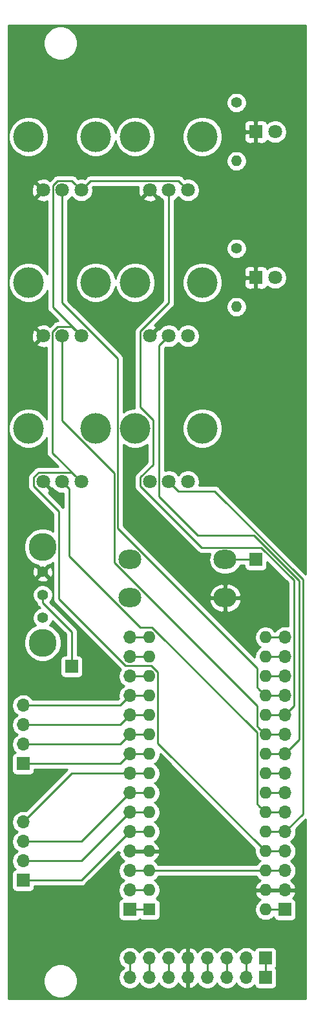
<source format=gbr>
G04 #@! TF.GenerationSoftware,KiCad,Pcbnew,(5.1.5)-3*
G04 #@! TF.CreationDate,2020-08-18T12:44:29+01:00*
G04 #@! TF.ProjectId,modulepcb,6d6f6475-6c65-4706-9362-2e6b69636164,rev?*
G04 #@! TF.SameCoordinates,Original*
G04 #@! TF.FileFunction,Copper,L1,Top*
G04 #@! TF.FilePolarity,Positive*
%FSLAX46Y46*%
G04 Gerber Fmt 4.6, Leading zero omitted, Abs format (unit mm)*
G04 Created by KiCad (PCBNEW (5.1.5)-3) date 2020-08-18 12:44:29*
%MOMM*%
%LPD*%
G04 APERTURE LIST*
%ADD10O,1.700000X1.700000*%
%ADD11R,1.700000X1.700000*%
%ADD12C,1.400000*%
%ADD13C,3.653000*%
%ADD14O,3.000000X2.500000*%
%ADD15C,1.800000*%
%ADD16C,4.000000*%
%ADD17O,1.400000X1.400000*%
%ADD18R,1.800000X1.800000*%
%ADD19O,1.600000X1.600000*%
%ADD20R,1.600000X1.600000*%
%ADD21C,0.250000*%
%ADD22C,0.254000*%
G04 APERTURE END LIST*
D10*
X132080000Y-160020000D03*
X134620000Y-160020000D03*
X137160000Y-160020000D03*
X139700000Y-160020000D03*
X142240000Y-160020000D03*
X144780000Y-160020000D03*
X147320000Y-160020000D03*
D11*
X149860000Y-160020000D03*
D12*
X120650000Y-115570000D03*
X120650000Y-112570000D03*
X120650000Y-109570000D03*
D13*
X120650000Y-118820000D03*
X120650000Y-106320000D03*
D14*
X132080000Y-112950000D03*
X132080000Y-107950000D03*
X144580000Y-112950000D03*
X144580000Y-107950000D03*
D15*
X134700000Y-97790000D03*
X137200000Y-97790000D03*
X139700000Y-97790000D03*
D16*
X132800000Y-90805000D03*
X141600000Y-90790000D03*
D15*
X120730000Y-97790000D03*
X123230000Y-97790000D03*
X125730000Y-97790000D03*
D16*
X118830000Y-90805000D03*
X127630000Y-90790000D03*
D15*
X134700000Y-78740000D03*
X137200000Y-78740000D03*
X139700000Y-78740000D03*
D16*
X132800000Y-71755000D03*
X141600000Y-71740000D03*
D15*
X120730000Y-78740000D03*
X123230000Y-78740000D03*
X125730000Y-78740000D03*
D16*
X118830000Y-71755000D03*
X127630000Y-71740000D03*
D15*
X134700000Y-59690000D03*
X137200000Y-59690000D03*
X139700000Y-59690000D03*
D16*
X132800000Y-52705000D03*
X141600000Y-52690000D03*
D15*
X120730000Y-59690000D03*
X123230000Y-59690000D03*
X125730000Y-59690000D03*
D16*
X118830000Y-52705000D03*
X127630000Y-52690000D03*
D17*
X146050000Y-74930000D03*
D12*
X146050000Y-67310000D03*
D17*
X146050000Y-55880000D03*
D12*
X146050000Y-48260000D03*
D10*
X118110000Y-127000000D03*
X118110000Y-129540000D03*
X118110000Y-132080000D03*
D11*
X118110000Y-134620000D03*
D10*
X118110000Y-142240000D03*
X118110000Y-144780000D03*
X118110000Y-147320000D03*
D11*
X118110000Y-149860000D03*
D10*
X132080000Y-162560000D03*
X134620000Y-162560000D03*
X137160000Y-162560000D03*
X139700000Y-162560000D03*
X142240000Y-162560000D03*
X144780000Y-162560000D03*
X147320000Y-162560000D03*
D11*
X149860000Y-162560000D03*
D10*
X152400000Y-118110000D03*
X152400000Y-120650000D03*
X152400000Y-123190000D03*
X152400000Y-125730000D03*
X152400000Y-128270000D03*
X152400000Y-130810000D03*
X152400000Y-133350000D03*
X152400000Y-135890000D03*
X152400000Y-138430000D03*
X152400000Y-140970000D03*
X152400000Y-143510000D03*
X152400000Y-146050000D03*
X152400000Y-148590000D03*
X152400000Y-151130000D03*
D11*
X152400000Y-153670000D03*
X124460000Y-121920000D03*
X148590000Y-107950000D03*
D10*
X132080000Y-118110000D03*
X132080000Y-120650000D03*
X132080000Y-123190000D03*
X132080000Y-125730000D03*
X132080000Y-128270000D03*
X132080000Y-130810000D03*
X132080000Y-133350000D03*
X132080000Y-135890000D03*
X132080000Y-138430000D03*
X132080000Y-140970000D03*
X132080000Y-143510000D03*
X132080000Y-146050000D03*
X132080000Y-148590000D03*
X132080000Y-151130000D03*
D11*
X132080000Y-153670000D03*
D15*
X151130000Y-71120000D03*
D18*
X148590000Y-71120000D03*
D15*
X151130000Y-52070000D03*
D18*
X148590000Y-52070000D03*
D19*
X149860000Y-118110000D03*
X134620000Y-118110000D03*
X149860000Y-153670000D03*
X134620000Y-120650000D03*
X149860000Y-151130000D03*
X134620000Y-123190000D03*
X149860000Y-148590000D03*
X134620000Y-125730000D03*
X149860000Y-146050000D03*
X134620000Y-128270000D03*
X149860000Y-143510000D03*
X134620000Y-130810000D03*
X149860000Y-140970000D03*
X134620000Y-133350000D03*
X149860000Y-138430000D03*
X134620000Y-135890000D03*
X149860000Y-135890000D03*
X134620000Y-138430000D03*
X149860000Y-133350000D03*
X134620000Y-140970000D03*
X149860000Y-130810000D03*
X134620000Y-143510000D03*
X149860000Y-128270000D03*
X134620000Y-146050000D03*
X149860000Y-125730000D03*
X134620000Y-148590000D03*
X149860000Y-123190000D03*
X134620000Y-151130000D03*
X149860000Y-120650000D03*
D20*
X134620000Y-153670000D03*
D21*
X149860000Y-118110000D02*
X152400000Y-118110000D01*
X132080000Y-118110000D02*
X134620000Y-118110000D01*
X149860000Y-153670000D02*
X152400000Y-153670000D01*
X134620000Y-120650000D02*
X132080000Y-120650000D01*
X149860000Y-151130000D02*
X152400000Y-151130000D01*
X134620000Y-146050000D02*
X132080000Y-146050000D01*
X139700000Y-162560000D02*
X139700000Y-160020000D01*
X132080000Y-123190000D02*
X134620000Y-123190000D01*
X149860000Y-162560000D02*
X149860000Y-160020000D01*
X149860000Y-148590000D02*
X152400000Y-148590000D01*
X132080000Y-148590000D02*
X134620000Y-148590000D01*
X149860000Y-148590000D02*
X134620000Y-148590000D01*
X134620000Y-125730000D02*
X132080000Y-125730000D01*
X130810000Y-127000000D02*
X132080000Y-125730000D01*
X118110000Y-127000000D02*
X130810000Y-127000000D01*
X138800001Y-58790001D02*
X139700000Y-59690000D01*
X138474999Y-58464999D02*
X138800001Y-58790001D01*
X126955001Y-58464999D02*
X138474999Y-58464999D01*
X125730000Y-59690000D02*
X126955001Y-58464999D01*
X124830001Y-96890001D02*
X125730000Y-97790000D01*
X124504999Y-96564999D02*
X124830001Y-96890001D01*
X120141999Y-96564999D02*
X124504999Y-96564999D01*
X119504999Y-98378001D02*
X119504999Y-97201999D01*
X119504999Y-97201999D02*
X120141999Y-96564999D01*
X122801501Y-101674503D02*
X119504999Y-98378001D01*
X131515999Y-121825001D02*
X122801501Y-113110503D01*
X134920003Y-121825001D02*
X131515999Y-121825001D01*
X135745001Y-122649999D02*
X134920003Y-121825001D01*
X122801501Y-113110503D02*
X122801501Y-101674503D01*
X135745001Y-131935001D02*
X135745001Y-122649999D01*
X149860000Y-146050000D02*
X135745001Y-131935001D01*
X124504999Y-77514999D02*
X124830001Y-77840001D01*
X124830001Y-77840001D02*
X125730000Y-78740000D01*
X122641999Y-77514999D02*
X124504999Y-77514999D01*
X121955001Y-78201997D02*
X122641999Y-77514999D01*
X121955001Y-94015001D02*
X121955001Y-78201997D01*
X125730000Y-97790000D02*
X121955001Y-94015001D01*
X124830001Y-58790001D02*
X125730000Y-59690000D01*
X124504999Y-58464999D02*
X124830001Y-58790001D01*
X122004999Y-59101999D02*
X122641999Y-58464999D01*
X122641999Y-58464999D02*
X124504999Y-58464999D01*
X122004999Y-75014999D02*
X122004999Y-59101999D01*
X125730000Y-78740000D02*
X122004999Y-75014999D01*
X149860000Y-146050000D02*
X152400000Y-146050000D01*
X144780000Y-162560000D02*
X144780000Y-160020000D01*
X132080000Y-128270000D02*
X134620000Y-128270000D01*
X130810000Y-129540000D02*
X132080000Y-128270000D01*
X118110000Y-129540000D02*
X130810000Y-129540000D01*
X154755010Y-141154990D02*
X152400000Y-143510000D01*
X143212823Y-99015001D02*
X154755010Y-110557188D01*
X137200000Y-97790000D02*
X138425001Y-99015001D01*
X154755010Y-110557188D02*
X154755010Y-141154990D01*
X138425001Y-99015001D02*
X143212823Y-99015001D01*
X149860000Y-143510000D02*
X152400000Y-143510000D01*
X134620000Y-130810000D02*
X132080000Y-130810000D01*
X130810000Y-132080000D02*
X132080000Y-130810000D01*
X118110000Y-132080000D02*
X130810000Y-132080000D01*
X149060001Y-140170001D02*
X149860000Y-140970000D01*
X148734999Y-139844999D02*
X149060001Y-140170001D01*
X148734999Y-130559997D02*
X148734999Y-139844999D01*
X135015002Y-116840000D02*
X148734999Y-130559997D01*
X124129999Y-107477399D02*
X133492600Y-116840000D01*
X124129999Y-98689999D02*
X124129999Y-107477399D01*
X133492600Y-116840000D02*
X135015002Y-116840000D01*
X123230000Y-97790000D02*
X124129999Y-98689999D01*
X149860000Y-140970000D02*
X152400000Y-140970000D01*
X132080000Y-133350000D02*
X134620000Y-133350000D01*
X130810000Y-134620000D02*
X132080000Y-133350000D01*
X118110000Y-134620000D02*
X130810000Y-134620000D01*
X149860000Y-138430000D02*
X152400000Y-138430000D01*
X134620000Y-161357919D02*
X134620000Y-160020000D01*
X134620000Y-162560000D02*
X134620000Y-161357919D01*
X134620000Y-135890000D02*
X132080000Y-135890000D01*
X124460000Y-135890000D02*
X132080000Y-135890000D01*
X118110000Y-142240000D02*
X124460000Y-135890000D01*
X149860000Y-135890000D02*
X152400000Y-135890000D01*
X137160000Y-160020000D02*
X137160000Y-162560000D01*
X132080000Y-138430000D02*
X134620000Y-138430000D01*
X125730000Y-144780000D02*
X132080000Y-138430000D01*
X118110000Y-144780000D02*
X125730000Y-144780000D01*
X135925001Y-80014999D02*
X135925001Y-99730001D01*
X137200000Y-78740000D02*
X135925001Y-80014999D01*
X148336412Y-104775000D02*
X154305000Y-110743588D01*
X135925001Y-99730001D02*
X140970000Y-104775000D01*
X140970000Y-104775000D02*
X148336412Y-104775000D01*
X154305000Y-131445000D02*
X152400000Y-133350000D01*
X154305000Y-110743588D02*
X154305000Y-131445000D01*
X149860000Y-133350000D02*
X152400000Y-133350000D01*
X134620000Y-140970000D02*
X132080000Y-140970000D01*
X125730000Y-147320000D02*
X132080000Y-140970000D01*
X118110000Y-147320000D02*
X125730000Y-147320000D01*
X148734999Y-129684999D02*
X149060001Y-130010001D01*
X130024989Y-108372389D02*
X148734999Y-127082399D01*
X130024989Y-96625991D02*
X130024989Y-108372389D01*
X123230000Y-89831002D02*
X130024989Y-96625991D01*
X149060001Y-130010001D02*
X149860000Y-130810000D01*
X148734999Y-127082399D02*
X148734999Y-129684999D01*
X123230000Y-78740000D02*
X123230000Y-89831002D01*
X150991370Y-130810000D02*
X152400000Y-130810000D01*
X149860000Y-130810000D02*
X150991370Y-130810000D01*
X132080000Y-143510000D02*
X134620000Y-143510000D01*
X125730000Y-149860000D02*
X132080000Y-143510000D01*
X118110000Y-149860000D02*
X125730000Y-149860000D01*
X153249999Y-127420001D02*
X152400000Y-128270000D01*
X153575001Y-110649999D02*
X153575001Y-127094999D01*
X149299992Y-106374990D02*
X153575001Y-110649999D01*
X141471988Y-106374990D02*
X149299992Y-106374990D01*
X135125001Y-89688999D02*
X135125001Y-95551997D01*
X153575001Y-127094999D02*
X153249999Y-127420001D01*
X135125001Y-95551997D02*
X133474999Y-97201999D01*
X133474999Y-88038997D02*
X135125001Y-89688999D01*
X133474999Y-98378001D02*
X141471988Y-106374990D01*
X133474999Y-78151999D02*
X133474999Y-88038997D01*
X133474999Y-97201999D02*
X133474999Y-98378001D01*
X137200000Y-74426998D02*
X133474999Y-78151999D01*
X137200000Y-59690000D02*
X137200000Y-74426998D01*
X150991370Y-128270000D02*
X152400000Y-128270000D01*
X149860000Y-128270000D02*
X150991370Y-128270000D01*
X149060001Y-124930001D02*
X149860000Y-125730000D01*
X148734999Y-122127599D02*
X148734999Y-124604999D01*
X130474999Y-103867599D02*
X148734999Y-122127599D01*
X130474999Y-81671997D02*
X130474999Y-103867599D01*
X123230000Y-74426998D02*
X130474999Y-81671997D01*
X148734999Y-124604999D02*
X149060001Y-124930001D01*
X123230000Y-59690000D02*
X123230000Y-74426998D01*
X150991370Y-125730000D02*
X152400000Y-125730000D01*
X149860000Y-125730000D02*
X150991370Y-125730000D01*
X149860000Y-123190000D02*
X152400000Y-123190000D01*
X133488630Y-151130000D02*
X132080000Y-151130000D01*
X134620000Y-151130000D02*
X133488630Y-151130000D01*
X149860000Y-120650000D02*
X152400000Y-120650000D01*
X133180000Y-153670000D02*
X134620000Y-153670000D01*
X132080000Y-153670000D02*
X133180000Y-153670000D01*
X144580000Y-107950000D02*
X148590000Y-107950000D01*
X124460000Y-120820000D02*
X124460000Y-121920000D01*
X120650000Y-113559949D02*
X124460000Y-117369949D01*
X124460000Y-117369949D02*
X124460000Y-120820000D01*
X120650000Y-112570000D02*
X120650000Y-113559949D01*
X132080000Y-160020000D02*
X132080000Y-162560000D01*
X142240000Y-161222081D02*
X142240000Y-162560000D01*
X142240000Y-160020000D02*
X142240000Y-161222081D01*
X147320000Y-160020000D02*
X147320000Y-162560000D01*
D22*
G36*
X155115001Y-109842376D02*
G01*
X143776627Y-98504004D01*
X143752824Y-98475000D01*
X143637099Y-98380027D01*
X143505070Y-98309455D01*
X143361809Y-98265998D01*
X143250156Y-98255001D01*
X143250145Y-98255001D01*
X143212823Y-98251325D01*
X143175501Y-98255001D01*
X141168862Y-98255001D01*
X141176011Y-98237743D01*
X141235000Y-97941184D01*
X141235000Y-97638816D01*
X141176011Y-97342257D01*
X141060299Y-97062905D01*
X140892312Y-96811495D01*
X140678505Y-96597688D01*
X140427095Y-96429701D01*
X140147743Y-96313989D01*
X139851184Y-96255000D01*
X139548816Y-96255000D01*
X139252257Y-96313989D01*
X138972905Y-96429701D01*
X138721495Y-96597688D01*
X138507688Y-96811495D01*
X138450000Y-96897831D01*
X138392312Y-96811495D01*
X138178505Y-96597688D01*
X137927095Y-96429701D01*
X137647743Y-96313989D01*
X137351184Y-96255000D01*
X137048816Y-96255000D01*
X136752257Y-96313989D01*
X136685001Y-96341847D01*
X136685001Y-90530475D01*
X138965000Y-90530475D01*
X138965000Y-91049525D01*
X139066261Y-91558601D01*
X139264893Y-92038141D01*
X139553262Y-92469715D01*
X139920285Y-92836738D01*
X140351859Y-93125107D01*
X140831399Y-93323739D01*
X141340475Y-93425000D01*
X141859525Y-93425000D01*
X142368601Y-93323739D01*
X142848141Y-93125107D01*
X143279715Y-92836738D01*
X143646738Y-92469715D01*
X143935107Y-92038141D01*
X144133739Y-91558601D01*
X144235000Y-91049525D01*
X144235000Y-90530475D01*
X144133739Y-90021399D01*
X143935107Y-89541859D01*
X143646738Y-89110285D01*
X143279715Y-88743262D01*
X142848141Y-88454893D01*
X142368601Y-88256261D01*
X141859525Y-88155000D01*
X141340475Y-88155000D01*
X140831399Y-88256261D01*
X140351859Y-88454893D01*
X139920285Y-88743262D01*
X139553262Y-89110285D01*
X139264893Y-89541859D01*
X139066261Y-90021399D01*
X138965000Y-90530475D01*
X136685001Y-90530475D01*
X136685001Y-80329800D01*
X136791070Y-80223731D01*
X137048816Y-80275000D01*
X137351184Y-80275000D01*
X137647743Y-80216011D01*
X137927095Y-80100299D01*
X138178505Y-79932312D01*
X138392312Y-79718505D01*
X138450000Y-79632169D01*
X138507688Y-79718505D01*
X138721495Y-79932312D01*
X138972905Y-80100299D01*
X139252257Y-80216011D01*
X139548816Y-80275000D01*
X139851184Y-80275000D01*
X140147743Y-80216011D01*
X140427095Y-80100299D01*
X140678505Y-79932312D01*
X140892312Y-79718505D01*
X141060299Y-79467095D01*
X141176011Y-79187743D01*
X141235000Y-78891184D01*
X141235000Y-78588816D01*
X141176011Y-78292257D01*
X141060299Y-78012905D01*
X140892312Y-77761495D01*
X140678505Y-77547688D01*
X140427095Y-77379701D01*
X140147743Y-77263989D01*
X139851184Y-77205000D01*
X139548816Y-77205000D01*
X139252257Y-77263989D01*
X138972905Y-77379701D01*
X138721495Y-77547688D01*
X138507688Y-77761495D01*
X138450000Y-77847831D01*
X138392312Y-77761495D01*
X138178505Y-77547688D01*
X137927095Y-77379701D01*
X137647743Y-77263989D01*
X137351184Y-77205000D01*
X137048816Y-77205000D01*
X136752257Y-77263989D01*
X136472905Y-77379701D01*
X136221495Y-77547688D01*
X136007688Y-77761495D01*
X135912262Y-77904310D01*
X135764080Y-77855525D01*
X134879605Y-78740000D01*
X134893748Y-78754143D01*
X134714143Y-78933748D01*
X134700000Y-78919605D01*
X134685858Y-78933748D01*
X134506253Y-78754143D01*
X134520395Y-78740000D01*
X134506253Y-78725858D01*
X134685858Y-78546253D01*
X134700000Y-78560395D01*
X135584475Y-77675920D01*
X135500792Y-77421739D01*
X135351673Y-77350126D01*
X137711003Y-74990797D01*
X137740001Y-74966999D01*
X137766332Y-74934915D01*
X137834974Y-74851275D01*
X137863175Y-74798514D01*
X144715000Y-74798514D01*
X144715000Y-75061486D01*
X144766304Y-75319405D01*
X144866939Y-75562359D01*
X145013038Y-75781013D01*
X145198987Y-75966962D01*
X145417641Y-76113061D01*
X145660595Y-76213696D01*
X145918514Y-76265000D01*
X146181486Y-76265000D01*
X146439405Y-76213696D01*
X146682359Y-76113061D01*
X146901013Y-75966962D01*
X147086962Y-75781013D01*
X147233061Y-75562359D01*
X147333696Y-75319405D01*
X147385000Y-75061486D01*
X147385000Y-74798514D01*
X147333696Y-74540595D01*
X147233061Y-74297641D01*
X147086962Y-74078987D01*
X146901013Y-73893038D01*
X146682359Y-73746939D01*
X146439405Y-73646304D01*
X146181486Y-73595000D01*
X145918514Y-73595000D01*
X145660595Y-73646304D01*
X145417641Y-73746939D01*
X145198987Y-73893038D01*
X145013038Y-74078987D01*
X144866939Y-74297641D01*
X144766304Y-74540595D01*
X144715000Y-74798514D01*
X137863175Y-74798514D01*
X137905546Y-74719245D01*
X137905546Y-74719244D01*
X137949003Y-74575984D01*
X137960000Y-74464331D01*
X137960000Y-74464321D01*
X137963676Y-74426998D01*
X137960000Y-74389675D01*
X137960000Y-71480475D01*
X138965000Y-71480475D01*
X138965000Y-71999525D01*
X139066261Y-72508601D01*
X139264893Y-72988141D01*
X139553262Y-73419715D01*
X139920285Y-73786738D01*
X140351859Y-74075107D01*
X140831399Y-74273739D01*
X141340475Y-74375000D01*
X141859525Y-74375000D01*
X142368601Y-74273739D01*
X142848141Y-74075107D01*
X143279715Y-73786738D01*
X143646738Y-73419715D01*
X143935107Y-72988141D01*
X144133739Y-72508601D01*
X144230927Y-72020000D01*
X147051928Y-72020000D01*
X147064188Y-72144482D01*
X147100498Y-72264180D01*
X147159463Y-72374494D01*
X147238815Y-72471185D01*
X147335506Y-72550537D01*
X147445820Y-72609502D01*
X147565518Y-72645812D01*
X147690000Y-72658072D01*
X148304250Y-72655000D01*
X148463000Y-72496250D01*
X148463000Y-71247000D01*
X147213750Y-71247000D01*
X147055000Y-71405750D01*
X147051928Y-72020000D01*
X144230927Y-72020000D01*
X144235000Y-71999525D01*
X144235000Y-71480475D01*
X144133739Y-70971399D01*
X143935107Y-70491859D01*
X143753457Y-70220000D01*
X147051928Y-70220000D01*
X147055000Y-70834250D01*
X147213750Y-70993000D01*
X148463000Y-70993000D01*
X148463000Y-69743750D01*
X148717000Y-69743750D01*
X148717000Y-70993000D01*
X148737000Y-70993000D01*
X148737000Y-71247000D01*
X148717000Y-71247000D01*
X148717000Y-72496250D01*
X148875750Y-72655000D01*
X149490000Y-72658072D01*
X149614482Y-72645812D01*
X149734180Y-72609502D01*
X149844494Y-72550537D01*
X149941185Y-72471185D01*
X150020537Y-72374494D01*
X150079502Y-72264180D01*
X150085056Y-72245873D01*
X150151495Y-72312312D01*
X150402905Y-72480299D01*
X150682257Y-72596011D01*
X150978816Y-72655000D01*
X151281184Y-72655000D01*
X151577743Y-72596011D01*
X151857095Y-72480299D01*
X152108505Y-72312312D01*
X152322312Y-72098505D01*
X152490299Y-71847095D01*
X152606011Y-71567743D01*
X152665000Y-71271184D01*
X152665000Y-70968816D01*
X152606011Y-70672257D01*
X152490299Y-70392905D01*
X152322312Y-70141495D01*
X152108505Y-69927688D01*
X151857095Y-69759701D01*
X151577743Y-69643989D01*
X151281184Y-69585000D01*
X150978816Y-69585000D01*
X150682257Y-69643989D01*
X150402905Y-69759701D01*
X150151495Y-69927688D01*
X150085056Y-69994127D01*
X150079502Y-69975820D01*
X150020537Y-69865506D01*
X149941185Y-69768815D01*
X149844494Y-69689463D01*
X149734180Y-69630498D01*
X149614482Y-69594188D01*
X149490000Y-69581928D01*
X148875750Y-69585000D01*
X148717000Y-69743750D01*
X148463000Y-69743750D01*
X148304250Y-69585000D01*
X147690000Y-69581928D01*
X147565518Y-69594188D01*
X147445820Y-69630498D01*
X147335506Y-69689463D01*
X147238815Y-69768815D01*
X147159463Y-69865506D01*
X147100498Y-69975820D01*
X147064188Y-70095518D01*
X147051928Y-70220000D01*
X143753457Y-70220000D01*
X143646738Y-70060285D01*
X143279715Y-69693262D01*
X142848141Y-69404893D01*
X142368601Y-69206261D01*
X141859525Y-69105000D01*
X141340475Y-69105000D01*
X140831399Y-69206261D01*
X140351859Y-69404893D01*
X139920285Y-69693262D01*
X139553262Y-70060285D01*
X139264893Y-70491859D01*
X139066261Y-70971399D01*
X138965000Y-71480475D01*
X137960000Y-71480475D01*
X137960000Y-67178514D01*
X144715000Y-67178514D01*
X144715000Y-67441486D01*
X144766304Y-67699405D01*
X144866939Y-67942359D01*
X145013038Y-68161013D01*
X145198987Y-68346962D01*
X145417641Y-68493061D01*
X145660595Y-68593696D01*
X145918514Y-68645000D01*
X146181486Y-68645000D01*
X146439405Y-68593696D01*
X146682359Y-68493061D01*
X146901013Y-68346962D01*
X147086962Y-68161013D01*
X147233061Y-67942359D01*
X147333696Y-67699405D01*
X147385000Y-67441486D01*
X147385000Y-67178514D01*
X147333696Y-66920595D01*
X147233061Y-66677641D01*
X147086962Y-66458987D01*
X146901013Y-66273038D01*
X146682359Y-66126939D01*
X146439405Y-66026304D01*
X146181486Y-65975000D01*
X145918514Y-65975000D01*
X145660595Y-66026304D01*
X145417641Y-66126939D01*
X145198987Y-66273038D01*
X145013038Y-66458987D01*
X144866939Y-66677641D01*
X144766304Y-66920595D01*
X144715000Y-67178514D01*
X137960000Y-67178514D01*
X137960000Y-61028313D01*
X138178505Y-60882312D01*
X138392312Y-60668505D01*
X138450000Y-60582169D01*
X138507688Y-60668505D01*
X138721495Y-60882312D01*
X138972905Y-61050299D01*
X139252257Y-61166011D01*
X139548816Y-61225000D01*
X139851184Y-61225000D01*
X140147743Y-61166011D01*
X140427095Y-61050299D01*
X140678505Y-60882312D01*
X140892312Y-60668505D01*
X141060299Y-60417095D01*
X141176011Y-60137743D01*
X141235000Y-59841184D01*
X141235000Y-59538816D01*
X141176011Y-59242257D01*
X141060299Y-58962905D01*
X140892312Y-58711495D01*
X140678505Y-58497688D01*
X140427095Y-58329701D01*
X140147743Y-58213989D01*
X139851184Y-58155000D01*
X139548816Y-58155000D01*
X139291070Y-58206269D01*
X139038803Y-57954002D01*
X139015000Y-57924998D01*
X138899275Y-57830025D01*
X138767246Y-57759453D01*
X138623985Y-57715996D01*
X138512332Y-57704999D01*
X138512321Y-57704999D01*
X138474999Y-57701323D01*
X138437677Y-57704999D01*
X126992323Y-57704999D01*
X126955000Y-57701323D01*
X126917677Y-57704999D01*
X126917668Y-57704999D01*
X126806015Y-57715996D01*
X126662754Y-57759453D01*
X126530724Y-57830025D01*
X126447084Y-57898667D01*
X126415000Y-57924998D01*
X126391202Y-57953996D01*
X126138930Y-58206269D01*
X125881184Y-58155000D01*
X125578816Y-58155000D01*
X125321070Y-58206269D01*
X125068803Y-57954002D01*
X125045000Y-57924998D01*
X124929275Y-57830025D01*
X124797246Y-57759453D01*
X124653985Y-57715996D01*
X124542332Y-57704999D01*
X124542321Y-57704999D01*
X124504999Y-57701323D01*
X124467677Y-57704999D01*
X122679321Y-57704999D01*
X122641998Y-57701323D01*
X122604675Y-57704999D01*
X122604666Y-57704999D01*
X122493013Y-57715996D01*
X122349752Y-57759453D01*
X122217722Y-57830025D01*
X122134082Y-57898667D01*
X122101998Y-57924998D01*
X122078199Y-57953997D01*
X121562908Y-58469289D01*
X121530792Y-58371739D01*
X121258225Y-58240842D01*
X120965358Y-58165635D01*
X120663447Y-58149009D01*
X120364093Y-58191603D01*
X120078801Y-58291778D01*
X119929208Y-58371739D01*
X119845525Y-58625920D01*
X120730000Y-59510395D01*
X120744143Y-59496253D01*
X120923748Y-59675858D01*
X120909605Y-59690000D01*
X120923748Y-59704143D01*
X120744143Y-59883748D01*
X120730000Y-59869605D01*
X119845525Y-60754080D01*
X119929208Y-61008261D01*
X120201775Y-61139158D01*
X120494642Y-61214365D01*
X120796553Y-61230991D01*
X121095907Y-61188397D01*
X121245000Y-61136046D01*
X121244999Y-70699736D01*
X121165107Y-70506859D01*
X120876738Y-70075285D01*
X120509715Y-69708262D01*
X120078141Y-69419893D01*
X119598601Y-69221261D01*
X119089525Y-69120000D01*
X118570475Y-69120000D01*
X118061399Y-69221261D01*
X117581859Y-69419893D01*
X117150285Y-69708262D01*
X116783262Y-70075285D01*
X116494893Y-70506859D01*
X116296261Y-70986399D01*
X116195000Y-71495475D01*
X116195000Y-72014525D01*
X116296261Y-72523601D01*
X116494893Y-73003141D01*
X116783262Y-73434715D01*
X117150285Y-73801738D01*
X117581859Y-74090107D01*
X118061399Y-74288739D01*
X118570475Y-74390000D01*
X119089525Y-74390000D01*
X119598601Y-74288739D01*
X120078141Y-74090107D01*
X120509715Y-73801738D01*
X120876738Y-73434715D01*
X121165107Y-73003141D01*
X121244999Y-72810264D01*
X121244999Y-74977677D01*
X121241323Y-75014999D01*
X121244999Y-75052321D01*
X121244999Y-75052331D01*
X121255996Y-75163984D01*
X121299453Y-75307245D01*
X121370025Y-75439275D01*
X121409870Y-75487825D01*
X121464998Y-75555000D01*
X121494002Y-75578803D01*
X122669201Y-76754002D01*
X122641999Y-76751323D01*
X122604676Y-76754999D01*
X122604666Y-76754999D01*
X122493013Y-76765996D01*
X122349752Y-76809453D01*
X122217722Y-76880025D01*
X122134082Y-76948667D01*
X122101998Y-76974998D01*
X122078200Y-77003997D01*
X121562908Y-77519289D01*
X121530792Y-77421739D01*
X121258225Y-77290842D01*
X120965358Y-77215635D01*
X120663447Y-77199009D01*
X120364093Y-77241603D01*
X120078801Y-77341778D01*
X119929208Y-77421739D01*
X119845525Y-77675920D01*
X120730000Y-78560395D01*
X120744143Y-78546253D01*
X120923748Y-78725858D01*
X120909605Y-78740000D01*
X120923748Y-78754143D01*
X120744143Y-78933748D01*
X120730000Y-78919605D01*
X119845525Y-79804080D01*
X119929208Y-80058261D01*
X120201775Y-80189158D01*
X120494642Y-80264365D01*
X120796553Y-80280991D01*
X121095907Y-80238397D01*
X121195002Y-80203602D01*
X121195001Y-89629030D01*
X121165107Y-89556859D01*
X120876738Y-89125285D01*
X120509715Y-88758262D01*
X120078141Y-88469893D01*
X119598601Y-88271261D01*
X119089525Y-88170000D01*
X118570475Y-88170000D01*
X118061399Y-88271261D01*
X117581859Y-88469893D01*
X117150285Y-88758262D01*
X116783262Y-89125285D01*
X116494893Y-89556859D01*
X116296261Y-90036399D01*
X116195000Y-90545475D01*
X116195000Y-91064525D01*
X116296261Y-91573601D01*
X116494893Y-92053141D01*
X116783262Y-92484715D01*
X117150285Y-92851738D01*
X117581859Y-93140107D01*
X118061399Y-93338739D01*
X118570475Y-93440000D01*
X119089525Y-93440000D01*
X119598601Y-93338739D01*
X120078141Y-93140107D01*
X120509715Y-92851738D01*
X120876738Y-92484715D01*
X121165107Y-92053141D01*
X121195001Y-91980970D01*
X121195001Y-93977679D01*
X121191325Y-94015001D01*
X121195001Y-94052323D01*
X121195001Y-94052333D01*
X121205998Y-94163986D01*
X121249455Y-94307247D01*
X121320027Y-94439277D01*
X121359872Y-94487827D01*
X121415000Y-94555002D01*
X121444004Y-94578805D01*
X122670198Y-95804999D01*
X120179321Y-95804999D01*
X120141998Y-95801323D01*
X120104675Y-95804999D01*
X120104666Y-95804999D01*
X119993013Y-95815996D01*
X119849752Y-95859453D01*
X119717722Y-95930025D01*
X119661368Y-95976274D01*
X119601998Y-96024998D01*
X119578199Y-96053997D01*
X118993997Y-96638200D01*
X118964999Y-96661998D01*
X118941201Y-96690996D01*
X118941200Y-96690997D01*
X118870025Y-96777723D01*
X118799453Y-96909753D01*
X118796880Y-96918237D01*
X118755997Y-97053013D01*
X118745000Y-97164666D01*
X118741323Y-97201999D01*
X118745000Y-97239331D01*
X118744999Y-98340678D01*
X118741323Y-98378001D01*
X118744999Y-98415323D01*
X118744999Y-98415333D01*
X118755996Y-98526986D01*
X118794120Y-98652666D01*
X118799453Y-98670247D01*
X118870025Y-98802277D01*
X118900151Y-98838985D01*
X118964998Y-98918002D01*
X118994002Y-98941805D01*
X122041502Y-101989306D01*
X122041502Y-104289351D01*
X121815957Y-104138647D01*
X121367993Y-103953094D01*
X120892437Y-103858500D01*
X120407563Y-103858500D01*
X119932007Y-103953094D01*
X119484043Y-104138647D01*
X119080885Y-104408028D01*
X118738028Y-104750885D01*
X118468647Y-105154043D01*
X118283094Y-105602007D01*
X118188500Y-106077563D01*
X118188500Y-106562437D01*
X118283094Y-107037993D01*
X118468647Y-107485957D01*
X118738028Y-107889115D01*
X119080885Y-108231972D01*
X119484043Y-108501353D01*
X119932007Y-108686906D01*
X119950112Y-108690507D01*
X120650000Y-109390395D01*
X121349888Y-108690507D01*
X121367993Y-108686906D01*
X121815957Y-108501353D01*
X122041501Y-108350649D01*
X122041501Y-113073181D01*
X122037825Y-113110503D01*
X122041501Y-113147825D01*
X122041501Y-113147835D01*
X122052498Y-113259488D01*
X122085913Y-113369645D01*
X122095955Y-113402749D01*
X122166527Y-113534779D01*
X122187184Y-113559949D01*
X122261500Y-113650504D01*
X122290504Y-113674307D01*
X130899704Y-122283508D01*
X130764010Y-122486589D01*
X130652068Y-122756842D01*
X130595000Y-123043740D01*
X130595000Y-123336260D01*
X130652068Y-123623158D01*
X130764010Y-123893411D01*
X130926525Y-124136632D01*
X131133368Y-124343475D01*
X131307760Y-124460000D01*
X131133368Y-124576525D01*
X130926525Y-124783368D01*
X130764010Y-125026589D01*
X130652068Y-125296842D01*
X130595000Y-125583740D01*
X130595000Y-125876260D01*
X130638791Y-126096408D01*
X130495199Y-126240000D01*
X119388178Y-126240000D01*
X119263475Y-126053368D01*
X119056632Y-125846525D01*
X118813411Y-125684010D01*
X118543158Y-125572068D01*
X118256260Y-125515000D01*
X117963740Y-125515000D01*
X117676842Y-125572068D01*
X117406589Y-125684010D01*
X117163368Y-125846525D01*
X116956525Y-126053368D01*
X116794010Y-126296589D01*
X116682068Y-126566842D01*
X116625000Y-126853740D01*
X116625000Y-127146260D01*
X116682068Y-127433158D01*
X116794010Y-127703411D01*
X116956525Y-127946632D01*
X117163368Y-128153475D01*
X117337760Y-128270000D01*
X117163368Y-128386525D01*
X116956525Y-128593368D01*
X116794010Y-128836589D01*
X116682068Y-129106842D01*
X116625000Y-129393740D01*
X116625000Y-129686260D01*
X116682068Y-129973158D01*
X116794010Y-130243411D01*
X116956525Y-130486632D01*
X117163368Y-130693475D01*
X117337760Y-130810000D01*
X117163368Y-130926525D01*
X116956525Y-131133368D01*
X116794010Y-131376589D01*
X116682068Y-131646842D01*
X116625000Y-131933740D01*
X116625000Y-132226260D01*
X116682068Y-132513158D01*
X116794010Y-132783411D01*
X116956525Y-133026632D01*
X117088380Y-133158487D01*
X117015820Y-133180498D01*
X116905506Y-133239463D01*
X116808815Y-133318815D01*
X116729463Y-133415506D01*
X116670498Y-133525820D01*
X116634188Y-133645518D01*
X116621928Y-133770000D01*
X116621928Y-135470000D01*
X116634188Y-135594482D01*
X116670498Y-135714180D01*
X116729463Y-135824494D01*
X116808815Y-135921185D01*
X116905506Y-136000537D01*
X117015820Y-136059502D01*
X117135518Y-136095812D01*
X117260000Y-136108072D01*
X118960000Y-136108072D01*
X119084482Y-136095812D01*
X119204180Y-136059502D01*
X119314494Y-136000537D01*
X119411185Y-135921185D01*
X119490537Y-135824494D01*
X119549502Y-135714180D01*
X119585812Y-135594482D01*
X119598072Y-135470000D01*
X119598072Y-135380000D01*
X123895198Y-135380000D01*
X118476408Y-140798791D01*
X118256260Y-140755000D01*
X117963740Y-140755000D01*
X117676842Y-140812068D01*
X117406589Y-140924010D01*
X117163368Y-141086525D01*
X116956525Y-141293368D01*
X116794010Y-141536589D01*
X116682068Y-141806842D01*
X116625000Y-142093740D01*
X116625000Y-142386260D01*
X116682068Y-142673158D01*
X116794010Y-142943411D01*
X116956525Y-143186632D01*
X117163368Y-143393475D01*
X117337760Y-143510000D01*
X117163368Y-143626525D01*
X116956525Y-143833368D01*
X116794010Y-144076589D01*
X116682068Y-144346842D01*
X116625000Y-144633740D01*
X116625000Y-144926260D01*
X116682068Y-145213158D01*
X116794010Y-145483411D01*
X116956525Y-145726632D01*
X117163368Y-145933475D01*
X117337760Y-146050000D01*
X117163368Y-146166525D01*
X116956525Y-146373368D01*
X116794010Y-146616589D01*
X116682068Y-146886842D01*
X116625000Y-147173740D01*
X116625000Y-147466260D01*
X116682068Y-147753158D01*
X116794010Y-148023411D01*
X116956525Y-148266632D01*
X117088380Y-148398487D01*
X117015820Y-148420498D01*
X116905506Y-148479463D01*
X116808815Y-148558815D01*
X116729463Y-148655506D01*
X116670498Y-148765820D01*
X116634188Y-148885518D01*
X116621928Y-149010000D01*
X116621928Y-150710000D01*
X116634188Y-150834482D01*
X116670498Y-150954180D01*
X116729463Y-151064494D01*
X116808815Y-151161185D01*
X116905506Y-151240537D01*
X117015820Y-151299502D01*
X117135518Y-151335812D01*
X117260000Y-151348072D01*
X118960000Y-151348072D01*
X119084482Y-151335812D01*
X119204180Y-151299502D01*
X119314494Y-151240537D01*
X119411185Y-151161185D01*
X119490537Y-151064494D01*
X119549502Y-150954180D01*
X119585812Y-150834482D01*
X119598072Y-150710000D01*
X119598072Y-150620000D01*
X125692678Y-150620000D01*
X125730000Y-150623676D01*
X125767322Y-150620000D01*
X125767333Y-150620000D01*
X125878986Y-150609003D01*
X126022247Y-150565546D01*
X126154276Y-150494974D01*
X126270001Y-150400001D01*
X126293804Y-150370997D01*
X130595000Y-146069802D01*
X130595000Y-146177002D01*
X130759844Y-146177002D01*
X130638524Y-146406890D01*
X130683175Y-146554099D01*
X130808359Y-146816920D01*
X130982412Y-147050269D01*
X131198645Y-147245178D01*
X131315534Y-147314805D01*
X131133368Y-147436525D01*
X130926525Y-147643368D01*
X130764010Y-147886589D01*
X130652068Y-148156842D01*
X130595000Y-148443740D01*
X130595000Y-148736260D01*
X130652068Y-149023158D01*
X130764010Y-149293411D01*
X130926525Y-149536632D01*
X131133368Y-149743475D01*
X131307760Y-149860000D01*
X131133368Y-149976525D01*
X130926525Y-150183368D01*
X130764010Y-150426589D01*
X130652068Y-150696842D01*
X130595000Y-150983740D01*
X130595000Y-151276260D01*
X130652068Y-151563158D01*
X130764010Y-151833411D01*
X130926525Y-152076632D01*
X131058380Y-152208487D01*
X130985820Y-152230498D01*
X130875506Y-152289463D01*
X130778815Y-152368815D01*
X130699463Y-152465506D01*
X130640498Y-152575820D01*
X130604188Y-152695518D01*
X130591928Y-152820000D01*
X130591928Y-154520000D01*
X130604188Y-154644482D01*
X130640498Y-154764180D01*
X130699463Y-154874494D01*
X130778815Y-154971185D01*
X130875506Y-155050537D01*
X130985820Y-155109502D01*
X131105518Y-155145812D01*
X131230000Y-155158072D01*
X132930000Y-155158072D01*
X133054482Y-155145812D01*
X133174180Y-155109502D01*
X133284494Y-155050537D01*
X133381185Y-154971185D01*
X133400726Y-154947374D01*
X133465506Y-155000537D01*
X133575820Y-155059502D01*
X133695518Y-155095812D01*
X133820000Y-155108072D01*
X135420000Y-155108072D01*
X135544482Y-155095812D01*
X135664180Y-155059502D01*
X135774494Y-155000537D01*
X135871185Y-154921185D01*
X135950537Y-154824494D01*
X136009502Y-154714180D01*
X136045812Y-154594482D01*
X136058072Y-154470000D01*
X136058072Y-153528665D01*
X148425000Y-153528665D01*
X148425000Y-153811335D01*
X148480147Y-154088574D01*
X148588320Y-154349727D01*
X148745363Y-154584759D01*
X148945241Y-154784637D01*
X149180273Y-154941680D01*
X149441426Y-155049853D01*
X149718665Y-155105000D01*
X150001335Y-155105000D01*
X150278574Y-155049853D01*
X150539727Y-154941680D01*
X150774759Y-154784637D01*
X150923357Y-154636039D01*
X150924188Y-154644482D01*
X150960498Y-154764180D01*
X151019463Y-154874494D01*
X151098815Y-154971185D01*
X151195506Y-155050537D01*
X151305820Y-155109502D01*
X151425518Y-155145812D01*
X151550000Y-155158072D01*
X153250000Y-155158072D01*
X153374482Y-155145812D01*
X153494180Y-155109502D01*
X153604494Y-155050537D01*
X153701185Y-154971185D01*
X153780537Y-154874494D01*
X153839502Y-154764180D01*
X153875812Y-154644482D01*
X153888072Y-154520000D01*
X153888072Y-152820000D01*
X153875812Y-152695518D01*
X153839502Y-152575820D01*
X153780537Y-152465506D01*
X153701185Y-152368815D01*
X153604494Y-152289463D01*
X153494180Y-152230498D01*
X153413534Y-152206034D01*
X153497588Y-152130269D01*
X153671641Y-151896920D01*
X153796825Y-151634099D01*
X153841476Y-151486890D01*
X153720155Y-151257000D01*
X152527000Y-151257000D01*
X152527000Y-151277000D01*
X152273000Y-151277000D01*
X152273000Y-151257000D01*
X149987000Y-151257000D01*
X149987000Y-151277000D01*
X149733000Y-151277000D01*
X149733000Y-151257000D01*
X148590085Y-151257000D01*
X148468096Y-151479039D01*
X148508754Y-151613087D01*
X148628963Y-151867420D01*
X148796481Y-152093414D01*
X149004869Y-152282385D01*
X149190865Y-152393933D01*
X149180273Y-152398320D01*
X148945241Y-152555363D01*
X148745363Y-152755241D01*
X148588320Y-152990273D01*
X148480147Y-153251426D01*
X148425000Y-153528665D01*
X136058072Y-153528665D01*
X136058072Y-152870000D01*
X136045812Y-152745518D01*
X136009502Y-152625820D01*
X135950537Y-152515506D01*
X135871185Y-152418815D01*
X135774494Y-152339463D01*
X135664180Y-152280498D01*
X135544482Y-152244188D01*
X135536039Y-152243357D01*
X135734637Y-152044759D01*
X135891680Y-151809727D01*
X135999853Y-151548574D01*
X136055000Y-151271335D01*
X136055000Y-150988665D01*
X135999853Y-150711426D01*
X135891680Y-150450273D01*
X135734637Y-150215241D01*
X135534759Y-150015363D01*
X135302241Y-149860000D01*
X135534759Y-149704637D01*
X135734637Y-149504759D01*
X135838043Y-149350000D01*
X148641957Y-149350000D01*
X148745363Y-149504759D01*
X148945241Y-149704637D01*
X149180273Y-149861680D01*
X149190865Y-149866067D01*
X149004869Y-149977615D01*
X148796481Y-150166586D01*
X148628963Y-150392580D01*
X148508754Y-150646913D01*
X148468096Y-150780961D01*
X148590085Y-151003000D01*
X149733000Y-151003000D01*
X149733000Y-150983000D01*
X149987000Y-150983000D01*
X149987000Y-151003000D01*
X152273000Y-151003000D01*
X152273000Y-150983000D01*
X152527000Y-150983000D01*
X152527000Y-151003000D01*
X153720155Y-151003000D01*
X153841476Y-150773110D01*
X153796825Y-150625901D01*
X153671641Y-150363080D01*
X153497588Y-150129731D01*
X153281355Y-149934822D01*
X153164466Y-149865195D01*
X153346632Y-149743475D01*
X153553475Y-149536632D01*
X153715990Y-149293411D01*
X153827932Y-149023158D01*
X153885000Y-148736260D01*
X153885000Y-148443740D01*
X153827932Y-148156842D01*
X153715990Y-147886589D01*
X153553475Y-147643368D01*
X153346632Y-147436525D01*
X153172240Y-147320000D01*
X153346632Y-147203475D01*
X153553475Y-146996632D01*
X153715990Y-146753411D01*
X153827932Y-146483158D01*
X153885000Y-146196260D01*
X153885000Y-145903740D01*
X153827932Y-145616842D01*
X153715990Y-145346589D01*
X153553475Y-145103368D01*
X153346632Y-144896525D01*
X153172240Y-144780000D01*
X153346632Y-144663475D01*
X153553475Y-144456632D01*
X153715990Y-144213411D01*
X153827932Y-143943158D01*
X153885000Y-143656260D01*
X153885000Y-143363740D01*
X153841209Y-143143592D01*
X155115001Y-141869801D01*
X155115001Y-165315000D01*
X116185000Y-165315000D01*
X116185000Y-162779872D01*
X120765000Y-162779872D01*
X120765000Y-163220128D01*
X120850890Y-163651925D01*
X121019369Y-164058669D01*
X121263962Y-164424729D01*
X121575271Y-164736038D01*
X121941331Y-164980631D01*
X122348075Y-165149110D01*
X122779872Y-165235000D01*
X123220128Y-165235000D01*
X123651925Y-165149110D01*
X124058669Y-164980631D01*
X124424729Y-164736038D01*
X124736038Y-164424729D01*
X124980631Y-164058669D01*
X125149110Y-163651925D01*
X125235000Y-163220128D01*
X125235000Y-162779872D01*
X125149110Y-162348075D01*
X124980631Y-161941331D01*
X124736038Y-161575271D01*
X124424729Y-161263962D01*
X124058669Y-161019369D01*
X123651925Y-160850890D01*
X123220128Y-160765000D01*
X122779872Y-160765000D01*
X122348075Y-160850890D01*
X121941331Y-161019369D01*
X121575271Y-161263962D01*
X121263962Y-161575271D01*
X121019369Y-161941331D01*
X120850890Y-162348075D01*
X120765000Y-162779872D01*
X116185000Y-162779872D01*
X116185000Y-159873740D01*
X130595000Y-159873740D01*
X130595000Y-160166260D01*
X130652068Y-160453158D01*
X130764010Y-160723411D01*
X130926525Y-160966632D01*
X131133368Y-161173475D01*
X131307760Y-161290000D01*
X131133368Y-161406525D01*
X130926525Y-161613368D01*
X130764010Y-161856589D01*
X130652068Y-162126842D01*
X130595000Y-162413740D01*
X130595000Y-162706260D01*
X130652068Y-162993158D01*
X130764010Y-163263411D01*
X130926525Y-163506632D01*
X131133368Y-163713475D01*
X131376589Y-163875990D01*
X131646842Y-163987932D01*
X131933740Y-164045000D01*
X132226260Y-164045000D01*
X132513158Y-163987932D01*
X132783411Y-163875990D01*
X133026632Y-163713475D01*
X133233475Y-163506632D01*
X133350000Y-163332240D01*
X133466525Y-163506632D01*
X133673368Y-163713475D01*
X133916589Y-163875990D01*
X134186842Y-163987932D01*
X134473740Y-164045000D01*
X134766260Y-164045000D01*
X135053158Y-163987932D01*
X135323411Y-163875990D01*
X135566632Y-163713475D01*
X135773475Y-163506632D01*
X135890000Y-163332240D01*
X136006525Y-163506632D01*
X136213368Y-163713475D01*
X136456589Y-163875990D01*
X136726842Y-163987932D01*
X137013740Y-164045000D01*
X137306260Y-164045000D01*
X137593158Y-163987932D01*
X137863411Y-163875990D01*
X138106632Y-163713475D01*
X138313475Y-163506632D01*
X138435195Y-163324466D01*
X138504822Y-163441355D01*
X138699731Y-163657588D01*
X138933080Y-163831641D01*
X139195901Y-163956825D01*
X139343110Y-164001476D01*
X139573000Y-163880155D01*
X139573000Y-162687000D01*
X139553000Y-162687000D01*
X139553000Y-162433000D01*
X139573000Y-162433000D01*
X139573000Y-160147000D01*
X139553000Y-160147000D01*
X139553000Y-159893000D01*
X139573000Y-159893000D01*
X139573000Y-158699845D01*
X139827000Y-158699845D01*
X139827000Y-159893000D01*
X139847000Y-159893000D01*
X139847000Y-160147000D01*
X139827000Y-160147000D01*
X139827000Y-162433000D01*
X139847000Y-162433000D01*
X139847000Y-162687000D01*
X139827000Y-162687000D01*
X139827000Y-163880155D01*
X140056890Y-164001476D01*
X140204099Y-163956825D01*
X140466920Y-163831641D01*
X140700269Y-163657588D01*
X140895178Y-163441355D01*
X140964805Y-163324466D01*
X141086525Y-163506632D01*
X141293368Y-163713475D01*
X141536589Y-163875990D01*
X141806842Y-163987932D01*
X142093740Y-164045000D01*
X142386260Y-164045000D01*
X142673158Y-163987932D01*
X142943411Y-163875990D01*
X143186632Y-163713475D01*
X143393475Y-163506632D01*
X143510000Y-163332240D01*
X143626525Y-163506632D01*
X143833368Y-163713475D01*
X144076589Y-163875990D01*
X144346842Y-163987932D01*
X144633740Y-164045000D01*
X144926260Y-164045000D01*
X145213158Y-163987932D01*
X145483411Y-163875990D01*
X145726632Y-163713475D01*
X145933475Y-163506632D01*
X146050000Y-163332240D01*
X146166525Y-163506632D01*
X146373368Y-163713475D01*
X146616589Y-163875990D01*
X146886842Y-163987932D01*
X147173740Y-164045000D01*
X147466260Y-164045000D01*
X147753158Y-163987932D01*
X148023411Y-163875990D01*
X148266632Y-163713475D01*
X148398487Y-163581620D01*
X148420498Y-163654180D01*
X148479463Y-163764494D01*
X148558815Y-163861185D01*
X148655506Y-163940537D01*
X148765820Y-163999502D01*
X148885518Y-164035812D01*
X149010000Y-164048072D01*
X150710000Y-164048072D01*
X150834482Y-164035812D01*
X150954180Y-163999502D01*
X151064494Y-163940537D01*
X151161185Y-163861185D01*
X151240537Y-163764494D01*
X151299502Y-163654180D01*
X151335812Y-163534482D01*
X151348072Y-163410000D01*
X151348072Y-161710000D01*
X151335812Y-161585518D01*
X151299502Y-161465820D01*
X151240537Y-161355506D01*
X151186778Y-161290000D01*
X151240537Y-161224494D01*
X151299502Y-161114180D01*
X151335812Y-160994482D01*
X151348072Y-160870000D01*
X151348072Y-159170000D01*
X151335812Y-159045518D01*
X151299502Y-158925820D01*
X151240537Y-158815506D01*
X151161185Y-158718815D01*
X151064494Y-158639463D01*
X150954180Y-158580498D01*
X150834482Y-158544188D01*
X150710000Y-158531928D01*
X149010000Y-158531928D01*
X148885518Y-158544188D01*
X148765820Y-158580498D01*
X148655506Y-158639463D01*
X148558815Y-158718815D01*
X148479463Y-158815506D01*
X148420498Y-158925820D01*
X148398487Y-158998380D01*
X148266632Y-158866525D01*
X148023411Y-158704010D01*
X147753158Y-158592068D01*
X147466260Y-158535000D01*
X147173740Y-158535000D01*
X146886842Y-158592068D01*
X146616589Y-158704010D01*
X146373368Y-158866525D01*
X146166525Y-159073368D01*
X146050000Y-159247760D01*
X145933475Y-159073368D01*
X145726632Y-158866525D01*
X145483411Y-158704010D01*
X145213158Y-158592068D01*
X144926260Y-158535000D01*
X144633740Y-158535000D01*
X144346842Y-158592068D01*
X144076589Y-158704010D01*
X143833368Y-158866525D01*
X143626525Y-159073368D01*
X143510000Y-159247760D01*
X143393475Y-159073368D01*
X143186632Y-158866525D01*
X142943411Y-158704010D01*
X142673158Y-158592068D01*
X142386260Y-158535000D01*
X142093740Y-158535000D01*
X141806842Y-158592068D01*
X141536589Y-158704010D01*
X141293368Y-158866525D01*
X141086525Y-159073368D01*
X140964805Y-159255534D01*
X140895178Y-159138645D01*
X140700269Y-158922412D01*
X140466920Y-158748359D01*
X140204099Y-158623175D01*
X140056890Y-158578524D01*
X139827000Y-158699845D01*
X139573000Y-158699845D01*
X139343110Y-158578524D01*
X139195901Y-158623175D01*
X138933080Y-158748359D01*
X138699731Y-158922412D01*
X138504822Y-159138645D01*
X138435195Y-159255534D01*
X138313475Y-159073368D01*
X138106632Y-158866525D01*
X137863411Y-158704010D01*
X137593158Y-158592068D01*
X137306260Y-158535000D01*
X137013740Y-158535000D01*
X136726842Y-158592068D01*
X136456589Y-158704010D01*
X136213368Y-158866525D01*
X136006525Y-159073368D01*
X135890000Y-159247760D01*
X135773475Y-159073368D01*
X135566632Y-158866525D01*
X135323411Y-158704010D01*
X135053158Y-158592068D01*
X134766260Y-158535000D01*
X134473740Y-158535000D01*
X134186842Y-158592068D01*
X133916589Y-158704010D01*
X133673368Y-158866525D01*
X133466525Y-159073368D01*
X133350000Y-159247760D01*
X133233475Y-159073368D01*
X133026632Y-158866525D01*
X132783411Y-158704010D01*
X132513158Y-158592068D01*
X132226260Y-158535000D01*
X131933740Y-158535000D01*
X131646842Y-158592068D01*
X131376589Y-158704010D01*
X131133368Y-158866525D01*
X130926525Y-159073368D01*
X130764010Y-159316589D01*
X130652068Y-159586842D01*
X130595000Y-159873740D01*
X116185000Y-159873740D01*
X116185000Y-118577563D01*
X118188500Y-118577563D01*
X118188500Y-119062437D01*
X118283094Y-119537993D01*
X118468647Y-119985957D01*
X118738028Y-120389115D01*
X119080885Y-120731972D01*
X119484043Y-121001353D01*
X119932007Y-121186906D01*
X120407563Y-121281500D01*
X120892437Y-121281500D01*
X121367993Y-121186906D01*
X121815957Y-121001353D01*
X122219115Y-120731972D01*
X122561972Y-120389115D01*
X122831353Y-119985957D01*
X123016906Y-119537993D01*
X123111500Y-119062437D01*
X123111500Y-118577563D01*
X123016906Y-118102007D01*
X122831353Y-117654043D01*
X122561972Y-117250885D01*
X122219115Y-116908028D01*
X121815957Y-116638647D01*
X121570853Y-116537122D01*
X121686962Y-116421013D01*
X121833061Y-116202359D01*
X121933696Y-115959405D01*
X121940492Y-115925242D01*
X123700000Y-117684751D01*
X123700001Y-120431928D01*
X123610000Y-120431928D01*
X123485518Y-120444188D01*
X123365820Y-120480498D01*
X123255506Y-120539463D01*
X123158815Y-120618815D01*
X123079463Y-120715506D01*
X123020498Y-120825820D01*
X122984188Y-120945518D01*
X122971928Y-121070000D01*
X122971928Y-122770000D01*
X122984188Y-122894482D01*
X123020498Y-123014180D01*
X123079463Y-123124494D01*
X123158815Y-123221185D01*
X123255506Y-123300537D01*
X123365820Y-123359502D01*
X123485518Y-123395812D01*
X123610000Y-123408072D01*
X125310000Y-123408072D01*
X125434482Y-123395812D01*
X125554180Y-123359502D01*
X125664494Y-123300537D01*
X125761185Y-123221185D01*
X125840537Y-123124494D01*
X125899502Y-123014180D01*
X125935812Y-122894482D01*
X125948072Y-122770000D01*
X125948072Y-121070000D01*
X125935812Y-120945518D01*
X125899502Y-120825820D01*
X125840537Y-120715506D01*
X125761185Y-120618815D01*
X125664494Y-120539463D01*
X125554180Y-120480498D01*
X125434482Y-120444188D01*
X125310000Y-120431928D01*
X125220000Y-120431928D01*
X125220000Y-117407274D01*
X125223676Y-117369949D01*
X125220000Y-117332624D01*
X125220000Y-117332616D01*
X125209003Y-117220963D01*
X125165546Y-117077702D01*
X125094974Y-116945673D01*
X125000001Y-116829948D01*
X124971004Y-116806151D01*
X121636414Y-113471561D01*
X121686962Y-113421013D01*
X121833061Y-113202359D01*
X121933696Y-112959405D01*
X121985000Y-112701486D01*
X121985000Y-112438514D01*
X121933696Y-112180595D01*
X121833061Y-111937641D01*
X121686962Y-111718987D01*
X121501013Y-111533038D01*
X121282359Y-111386939D01*
X121039405Y-111286304D01*
X120781486Y-111235000D01*
X120518514Y-111235000D01*
X120260595Y-111286304D01*
X120017641Y-111386939D01*
X119798987Y-111533038D01*
X119613038Y-111718987D01*
X119466939Y-111937641D01*
X119366304Y-112180595D01*
X119315000Y-112438514D01*
X119315000Y-112701486D01*
X119366304Y-112959405D01*
X119466939Y-113202359D01*
X119613038Y-113421013D01*
X119798987Y-113606962D01*
X119897433Y-113672741D01*
X119900998Y-113708934D01*
X119944454Y-113852195D01*
X120015026Y-113984225D01*
X120086201Y-114070951D01*
X120110000Y-114099950D01*
X120138998Y-114123748D01*
X120294758Y-114279508D01*
X120260595Y-114286304D01*
X120017641Y-114386939D01*
X119798987Y-114533038D01*
X119613038Y-114718987D01*
X119466939Y-114937641D01*
X119366304Y-115180595D01*
X119315000Y-115438514D01*
X119315000Y-115701486D01*
X119366304Y-115959405D01*
X119466939Y-116202359D01*
X119613038Y-116421013D01*
X119729147Y-116537122D01*
X119484043Y-116638647D01*
X119080885Y-116908028D01*
X118738028Y-117250885D01*
X118468647Y-117654043D01*
X118283094Y-118102007D01*
X118188500Y-118577563D01*
X116185000Y-118577563D01*
X116185000Y-110491269D01*
X119908336Y-110491269D01*
X119967797Y-110725037D01*
X120206242Y-110835934D01*
X120461740Y-110898183D01*
X120724473Y-110909390D01*
X120984344Y-110869125D01*
X121231366Y-110778935D01*
X121332203Y-110725037D01*
X121391664Y-110491269D01*
X120650000Y-109749605D01*
X119908336Y-110491269D01*
X116185000Y-110491269D01*
X116185000Y-109644473D01*
X119310610Y-109644473D01*
X119350875Y-109904344D01*
X119441065Y-110151366D01*
X119494963Y-110252203D01*
X119728731Y-110311664D01*
X120470395Y-109570000D01*
X120829605Y-109570000D01*
X121571269Y-110311664D01*
X121805037Y-110252203D01*
X121915934Y-110013758D01*
X121978183Y-109758260D01*
X121989390Y-109495527D01*
X121949125Y-109235656D01*
X121858935Y-108988634D01*
X121805037Y-108887797D01*
X121571269Y-108828336D01*
X120829605Y-109570000D01*
X120470395Y-109570000D01*
X119728731Y-108828336D01*
X119494963Y-108887797D01*
X119384066Y-109126242D01*
X119321817Y-109381740D01*
X119310610Y-109644473D01*
X116185000Y-109644473D01*
X116185000Y-78806553D01*
X119189009Y-78806553D01*
X119231603Y-79105907D01*
X119331778Y-79391199D01*
X119411739Y-79540792D01*
X119665920Y-79624475D01*
X120550395Y-78740000D01*
X119665920Y-77855525D01*
X119411739Y-77939208D01*
X119280842Y-78211775D01*
X119205635Y-78504642D01*
X119189009Y-78806553D01*
X116185000Y-78806553D01*
X116185000Y-59756553D01*
X119189009Y-59756553D01*
X119231603Y-60055907D01*
X119331778Y-60341199D01*
X119411739Y-60490792D01*
X119665920Y-60574475D01*
X120550395Y-59690000D01*
X119665920Y-58805525D01*
X119411739Y-58889208D01*
X119280842Y-59161775D01*
X119205635Y-59454642D01*
X119189009Y-59756553D01*
X116185000Y-59756553D01*
X116185000Y-55748514D01*
X144715000Y-55748514D01*
X144715000Y-56011486D01*
X144766304Y-56269405D01*
X144866939Y-56512359D01*
X145013038Y-56731013D01*
X145198987Y-56916962D01*
X145417641Y-57063061D01*
X145660595Y-57163696D01*
X145918514Y-57215000D01*
X146181486Y-57215000D01*
X146439405Y-57163696D01*
X146682359Y-57063061D01*
X146901013Y-56916962D01*
X147086962Y-56731013D01*
X147233061Y-56512359D01*
X147333696Y-56269405D01*
X147385000Y-56011486D01*
X147385000Y-55748514D01*
X147333696Y-55490595D01*
X147233061Y-55247641D01*
X147086962Y-55028987D01*
X146901013Y-54843038D01*
X146682359Y-54696939D01*
X146439405Y-54596304D01*
X146181486Y-54545000D01*
X145918514Y-54545000D01*
X145660595Y-54596304D01*
X145417641Y-54696939D01*
X145198987Y-54843038D01*
X145013038Y-55028987D01*
X144866939Y-55247641D01*
X144766304Y-55490595D01*
X144715000Y-55748514D01*
X116185000Y-55748514D01*
X116185000Y-52445475D01*
X116195000Y-52445475D01*
X116195000Y-52964525D01*
X116296261Y-53473601D01*
X116494893Y-53953141D01*
X116783262Y-54384715D01*
X117150285Y-54751738D01*
X117581859Y-55040107D01*
X118061399Y-55238739D01*
X118570475Y-55340000D01*
X119089525Y-55340000D01*
X119598601Y-55238739D01*
X120078141Y-55040107D01*
X120509715Y-54751738D01*
X120876738Y-54384715D01*
X121165107Y-53953141D01*
X121363739Y-53473601D01*
X121465000Y-52964525D01*
X121465000Y-52445475D01*
X121462017Y-52430475D01*
X124995000Y-52430475D01*
X124995000Y-52949525D01*
X125096261Y-53458601D01*
X125294893Y-53938141D01*
X125583262Y-54369715D01*
X125950285Y-54736738D01*
X126381859Y-55025107D01*
X126861399Y-55223739D01*
X127370475Y-55325000D01*
X127889525Y-55325000D01*
X128398601Y-55223739D01*
X128878141Y-55025107D01*
X129309715Y-54736738D01*
X129676738Y-54369715D01*
X129965107Y-53938141D01*
X130163739Y-53458601D01*
X130213508Y-53208393D01*
X130266261Y-53473601D01*
X130464893Y-53953141D01*
X130753262Y-54384715D01*
X131120285Y-54751738D01*
X131551859Y-55040107D01*
X132031399Y-55238739D01*
X132540475Y-55340000D01*
X133059525Y-55340000D01*
X133568601Y-55238739D01*
X134048141Y-55040107D01*
X134479715Y-54751738D01*
X134846738Y-54384715D01*
X135135107Y-53953141D01*
X135333739Y-53473601D01*
X135435000Y-52964525D01*
X135435000Y-52445475D01*
X135432017Y-52430475D01*
X138965000Y-52430475D01*
X138965000Y-52949525D01*
X139066261Y-53458601D01*
X139264893Y-53938141D01*
X139553262Y-54369715D01*
X139920285Y-54736738D01*
X140351859Y-55025107D01*
X140831399Y-55223739D01*
X141340475Y-55325000D01*
X141859525Y-55325000D01*
X142368601Y-55223739D01*
X142848141Y-55025107D01*
X143279715Y-54736738D01*
X143646738Y-54369715D01*
X143935107Y-53938141D01*
X144133739Y-53458601D01*
X144230927Y-52970000D01*
X147051928Y-52970000D01*
X147064188Y-53094482D01*
X147100498Y-53214180D01*
X147159463Y-53324494D01*
X147238815Y-53421185D01*
X147335506Y-53500537D01*
X147445820Y-53559502D01*
X147565518Y-53595812D01*
X147690000Y-53608072D01*
X148304250Y-53605000D01*
X148463000Y-53446250D01*
X148463000Y-52197000D01*
X147213750Y-52197000D01*
X147055000Y-52355750D01*
X147051928Y-52970000D01*
X144230927Y-52970000D01*
X144235000Y-52949525D01*
X144235000Y-52430475D01*
X144133739Y-51921399D01*
X143935107Y-51441859D01*
X143753457Y-51170000D01*
X147051928Y-51170000D01*
X147055000Y-51784250D01*
X147213750Y-51943000D01*
X148463000Y-51943000D01*
X148463000Y-50693750D01*
X148717000Y-50693750D01*
X148717000Y-51943000D01*
X148737000Y-51943000D01*
X148737000Y-52197000D01*
X148717000Y-52197000D01*
X148717000Y-53446250D01*
X148875750Y-53605000D01*
X149490000Y-53608072D01*
X149614482Y-53595812D01*
X149734180Y-53559502D01*
X149844494Y-53500537D01*
X149941185Y-53421185D01*
X150020537Y-53324494D01*
X150079502Y-53214180D01*
X150085056Y-53195873D01*
X150151495Y-53262312D01*
X150402905Y-53430299D01*
X150682257Y-53546011D01*
X150978816Y-53605000D01*
X151281184Y-53605000D01*
X151577743Y-53546011D01*
X151857095Y-53430299D01*
X152108505Y-53262312D01*
X152322312Y-53048505D01*
X152490299Y-52797095D01*
X152606011Y-52517743D01*
X152665000Y-52221184D01*
X152665000Y-51918816D01*
X152606011Y-51622257D01*
X152490299Y-51342905D01*
X152322312Y-51091495D01*
X152108505Y-50877688D01*
X151857095Y-50709701D01*
X151577743Y-50593989D01*
X151281184Y-50535000D01*
X150978816Y-50535000D01*
X150682257Y-50593989D01*
X150402905Y-50709701D01*
X150151495Y-50877688D01*
X150085056Y-50944127D01*
X150079502Y-50925820D01*
X150020537Y-50815506D01*
X149941185Y-50718815D01*
X149844494Y-50639463D01*
X149734180Y-50580498D01*
X149614482Y-50544188D01*
X149490000Y-50531928D01*
X148875750Y-50535000D01*
X148717000Y-50693750D01*
X148463000Y-50693750D01*
X148304250Y-50535000D01*
X147690000Y-50531928D01*
X147565518Y-50544188D01*
X147445820Y-50580498D01*
X147335506Y-50639463D01*
X147238815Y-50718815D01*
X147159463Y-50815506D01*
X147100498Y-50925820D01*
X147064188Y-51045518D01*
X147051928Y-51170000D01*
X143753457Y-51170000D01*
X143646738Y-51010285D01*
X143279715Y-50643262D01*
X142848141Y-50354893D01*
X142368601Y-50156261D01*
X141859525Y-50055000D01*
X141340475Y-50055000D01*
X140831399Y-50156261D01*
X140351859Y-50354893D01*
X139920285Y-50643262D01*
X139553262Y-51010285D01*
X139264893Y-51441859D01*
X139066261Y-51921399D01*
X138965000Y-52430475D01*
X135432017Y-52430475D01*
X135333739Y-51936399D01*
X135135107Y-51456859D01*
X134846738Y-51025285D01*
X134479715Y-50658262D01*
X134048141Y-50369893D01*
X133568601Y-50171261D01*
X133059525Y-50070000D01*
X132540475Y-50070000D01*
X132031399Y-50171261D01*
X131551859Y-50369893D01*
X131120285Y-50658262D01*
X130753262Y-51025285D01*
X130464893Y-51456859D01*
X130266261Y-51936399D01*
X130216492Y-52186607D01*
X130163739Y-51921399D01*
X129965107Y-51441859D01*
X129676738Y-51010285D01*
X129309715Y-50643262D01*
X128878141Y-50354893D01*
X128398601Y-50156261D01*
X127889525Y-50055000D01*
X127370475Y-50055000D01*
X126861399Y-50156261D01*
X126381859Y-50354893D01*
X125950285Y-50643262D01*
X125583262Y-51010285D01*
X125294893Y-51441859D01*
X125096261Y-51921399D01*
X124995000Y-52430475D01*
X121462017Y-52430475D01*
X121363739Y-51936399D01*
X121165107Y-51456859D01*
X120876738Y-51025285D01*
X120509715Y-50658262D01*
X120078141Y-50369893D01*
X119598601Y-50171261D01*
X119089525Y-50070000D01*
X118570475Y-50070000D01*
X118061399Y-50171261D01*
X117581859Y-50369893D01*
X117150285Y-50658262D01*
X116783262Y-51025285D01*
X116494893Y-51456859D01*
X116296261Y-51936399D01*
X116195000Y-52445475D01*
X116185000Y-52445475D01*
X116185000Y-48128514D01*
X144715000Y-48128514D01*
X144715000Y-48391486D01*
X144766304Y-48649405D01*
X144866939Y-48892359D01*
X145013038Y-49111013D01*
X145198987Y-49296962D01*
X145417641Y-49443061D01*
X145660595Y-49543696D01*
X145918514Y-49595000D01*
X146181486Y-49595000D01*
X146439405Y-49543696D01*
X146682359Y-49443061D01*
X146901013Y-49296962D01*
X147086962Y-49111013D01*
X147233061Y-48892359D01*
X147333696Y-48649405D01*
X147385000Y-48391486D01*
X147385000Y-48128514D01*
X147333696Y-47870595D01*
X147233061Y-47627641D01*
X147086962Y-47408987D01*
X146901013Y-47223038D01*
X146682359Y-47076939D01*
X146439405Y-46976304D01*
X146181486Y-46925000D01*
X145918514Y-46925000D01*
X145660595Y-46976304D01*
X145417641Y-47076939D01*
X145198987Y-47223038D01*
X145013038Y-47408987D01*
X144866939Y-47627641D01*
X144766304Y-47870595D01*
X144715000Y-48128514D01*
X116185000Y-48128514D01*
X116185000Y-40279872D01*
X120765000Y-40279872D01*
X120765000Y-40720128D01*
X120850890Y-41151925D01*
X121019369Y-41558669D01*
X121263962Y-41924729D01*
X121575271Y-42236038D01*
X121941331Y-42480631D01*
X122348075Y-42649110D01*
X122779872Y-42735000D01*
X123220128Y-42735000D01*
X123651925Y-42649110D01*
X124058669Y-42480631D01*
X124424729Y-42236038D01*
X124736038Y-41924729D01*
X124980631Y-41558669D01*
X125149110Y-41151925D01*
X125235000Y-40720128D01*
X125235000Y-40279872D01*
X125149110Y-39848075D01*
X124980631Y-39441331D01*
X124736038Y-39075271D01*
X124424729Y-38763962D01*
X124058669Y-38519369D01*
X123651925Y-38350890D01*
X123220128Y-38265000D01*
X122779872Y-38265000D01*
X122348075Y-38350890D01*
X121941331Y-38519369D01*
X121575271Y-38763962D01*
X121263962Y-39075271D01*
X121019369Y-39441331D01*
X120850890Y-39848075D01*
X120765000Y-40279872D01*
X116185000Y-40279872D01*
X116185000Y-38185000D01*
X155115000Y-38185000D01*
X155115001Y-109842376D01*
G37*
X155115001Y-109842376D02*
X143776627Y-98504004D01*
X143752824Y-98475000D01*
X143637099Y-98380027D01*
X143505070Y-98309455D01*
X143361809Y-98265998D01*
X143250156Y-98255001D01*
X143250145Y-98255001D01*
X143212823Y-98251325D01*
X143175501Y-98255001D01*
X141168862Y-98255001D01*
X141176011Y-98237743D01*
X141235000Y-97941184D01*
X141235000Y-97638816D01*
X141176011Y-97342257D01*
X141060299Y-97062905D01*
X140892312Y-96811495D01*
X140678505Y-96597688D01*
X140427095Y-96429701D01*
X140147743Y-96313989D01*
X139851184Y-96255000D01*
X139548816Y-96255000D01*
X139252257Y-96313989D01*
X138972905Y-96429701D01*
X138721495Y-96597688D01*
X138507688Y-96811495D01*
X138450000Y-96897831D01*
X138392312Y-96811495D01*
X138178505Y-96597688D01*
X137927095Y-96429701D01*
X137647743Y-96313989D01*
X137351184Y-96255000D01*
X137048816Y-96255000D01*
X136752257Y-96313989D01*
X136685001Y-96341847D01*
X136685001Y-90530475D01*
X138965000Y-90530475D01*
X138965000Y-91049525D01*
X139066261Y-91558601D01*
X139264893Y-92038141D01*
X139553262Y-92469715D01*
X139920285Y-92836738D01*
X140351859Y-93125107D01*
X140831399Y-93323739D01*
X141340475Y-93425000D01*
X141859525Y-93425000D01*
X142368601Y-93323739D01*
X142848141Y-93125107D01*
X143279715Y-92836738D01*
X143646738Y-92469715D01*
X143935107Y-92038141D01*
X144133739Y-91558601D01*
X144235000Y-91049525D01*
X144235000Y-90530475D01*
X144133739Y-90021399D01*
X143935107Y-89541859D01*
X143646738Y-89110285D01*
X143279715Y-88743262D01*
X142848141Y-88454893D01*
X142368601Y-88256261D01*
X141859525Y-88155000D01*
X141340475Y-88155000D01*
X140831399Y-88256261D01*
X140351859Y-88454893D01*
X139920285Y-88743262D01*
X139553262Y-89110285D01*
X139264893Y-89541859D01*
X139066261Y-90021399D01*
X138965000Y-90530475D01*
X136685001Y-90530475D01*
X136685001Y-80329800D01*
X136791070Y-80223731D01*
X137048816Y-80275000D01*
X137351184Y-80275000D01*
X137647743Y-80216011D01*
X137927095Y-80100299D01*
X138178505Y-79932312D01*
X138392312Y-79718505D01*
X138450000Y-79632169D01*
X138507688Y-79718505D01*
X138721495Y-79932312D01*
X138972905Y-80100299D01*
X139252257Y-80216011D01*
X139548816Y-80275000D01*
X139851184Y-80275000D01*
X140147743Y-80216011D01*
X140427095Y-80100299D01*
X140678505Y-79932312D01*
X140892312Y-79718505D01*
X141060299Y-79467095D01*
X141176011Y-79187743D01*
X141235000Y-78891184D01*
X141235000Y-78588816D01*
X141176011Y-78292257D01*
X141060299Y-78012905D01*
X140892312Y-77761495D01*
X140678505Y-77547688D01*
X140427095Y-77379701D01*
X140147743Y-77263989D01*
X139851184Y-77205000D01*
X139548816Y-77205000D01*
X139252257Y-77263989D01*
X138972905Y-77379701D01*
X138721495Y-77547688D01*
X138507688Y-77761495D01*
X138450000Y-77847831D01*
X138392312Y-77761495D01*
X138178505Y-77547688D01*
X137927095Y-77379701D01*
X137647743Y-77263989D01*
X137351184Y-77205000D01*
X137048816Y-77205000D01*
X136752257Y-77263989D01*
X136472905Y-77379701D01*
X136221495Y-77547688D01*
X136007688Y-77761495D01*
X135912262Y-77904310D01*
X135764080Y-77855525D01*
X134879605Y-78740000D01*
X134893748Y-78754143D01*
X134714143Y-78933748D01*
X134700000Y-78919605D01*
X134685858Y-78933748D01*
X134506253Y-78754143D01*
X134520395Y-78740000D01*
X134506253Y-78725858D01*
X134685858Y-78546253D01*
X134700000Y-78560395D01*
X135584475Y-77675920D01*
X135500792Y-77421739D01*
X135351673Y-77350126D01*
X137711003Y-74990797D01*
X137740001Y-74966999D01*
X137766332Y-74934915D01*
X137834974Y-74851275D01*
X137863175Y-74798514D01*
X144715000Y-74798514D01*
X144715000Y-75061486D01*
X144766304Y-75319405D01*
X144866939Y-75562359D01*
X145013038Y-75781013D01*
X145198987Y-75966962D01*
X145417641Y-76113061D01*
X145660595Y-76213696D01*
X145918514Y-76265000D01*
X146181486Y-76265000D01*
X146439405Y-76213696D01*
X146682359Y-76113061D01*
X146901013Y-75966962D01*
X147086962Y-75781013D01*
X147233061Y-75562359D01*
X147333696Y-75319405D01*
X147385000Y-75061486D01*
X147385000Y-74798514D01*
X147333696Y-74540595D01*
X147233061Y-74297641D01*
X147086962Y-74078987D01*
X146901013Y-73893038D01*
X146682359Y-73746939D01*
X146439405Y-73646304D01*
X146181486Y-73595000D01*
X145918514Y-73595000D01*
X145660595Y-73646304D01*
X145417641Y-73746939D01*
X145198987Y-73893038D01*
X145013038Y-74078987D01*
X144866939Y-74297641D01*
X144766304Y-74540595D01*
X144715000Y-74798514D01*
X137863175Y-74798514D01*
X137905546Y-74719245D01*
X137905546Y-74719244D01*
X137949003Y-74575984D01*
X137960000Y-74464331D01*
X137960000Y-74464321D01*
X137963676Y-74426998D01*
X137960000Y-74389675D01*
X137960000Y-71480475D01*
X138965000Y-71480475D01*
X138965000Y-71999525D01*
X139066261Y-72508601D01*
X139264893Y-72988141D01*
X139553262Y-73419715D01*
X139920285Y-73786738D01*
X140351859Y-74075107D01*
X140831399Y-74273739D01*
X141340475Y-74375000D01*
X141859525Y-74375000D01*
X142368601Y-74273739D01*
X142848141Y-74075107D01*
X143279715Y-73786738D01*
X143646738Y-73419715D01*
X143935107Y-72988141D01*
X144133739Y-72508601D01*
X144230927Y-72020000D01*
X147051928Y-72020000D01*
X147064188Y-72144482D01*
X147100498Y-72264180D01*
X147159463Y-72374494D01*
X147238815Y-72471185D01*
X147335506Y-72550537D01*
X147445820Y-72609502D01*
X147565518Y-72645812D01*
X147690000Y-72658072D01*
X148304250Y-72655000D01*
X148463000Y-72496250D01*
X148463000Y-71247000D01*
X147213750Y-71247000D01*
X147055000Y-71405750D01*
X147051928Y-72020000D01*
X144230927Y-72020000D01*
X144235000Y-71999525D01*
X144235000Y-71480475D01*
X144133739Y-70971399D01*
X143935107Y-70491859D01*
X143753457Y-70220000D01*
X147051928Y-70220000D01*
X147055000Y-70834250D01*
X147213750Y-70993000D01*
X148463000Y-70993000D01*
X148463000Y-69743750D01*
X148717000Y-69743750D01*
X148717000Y-70993000D01*
X148737000Y-70993000D01*
X148737000Y-71247000D01*
X148717000Y-71247000D01*
X148717000Y-72496250D01*
X148875750Y-72655000D01*
X149490000Y-72658072D01*
X149614482Y-72645812D01*
X149734180Y-72609502D01*
X149844494Y-72550537D01*
X149941185Y-72471185D01*
X150020537Y-72374494D01*
X150079502Y-72264180D01*
X150085056Y-72245873D01*
X150151495Y-72312312D01*
X150402905Y-72480299D01*
X150682257Y-72596011D01*
X150978816Y-72655000D01*
X151281184Y-72655000D01*
X151577743Y-72596011D01*
X151857095Y-72480299D01*
X152108505Y-72312312D01*
X152322312Y-72098505D01*
X152490299Y-71847095D01*
X152606011Y-71567743D01*
X152665000Y-71271184D01*
X152665000Y-70968816D01*
X152606011Y-70672257D01*
X152490299Y-70392905D01*
X152322312Y-70141495D01*
X152108505Y-69927688D01*
X151857095Y-69759701D01*
X151577743Y-69643989D01*
X151281184Y-69585000D01*
X150978816Y-69585000D01*
X150682257Y-69643989D01*
X150402905Y-69759701D01*
X150151495Y-69927688D01*
X150085056Y-69994127D01*
X150079502Y-69975820D01*
X150020537Y-69865506D01*
X149941185Y-69768815D01*
X149844494Y-69689463D01*
X149734180Y-69630498D01*
X149614482Y-69594188D01*
X149490000Y-69581928D01*
X148875750Y-69585000D01*
X148717000Y-69743750D01*
X148463000Y-69743750D01*
X148304250Y-69585000D01*
X147690000Y-69581928D01*
X147565518Y-69594188D01*
X147445820Y-69630498D01*
X147335506Y-69689463D01*
X147238815Y-69768815D01*
X147159463Y-69865506D01*
X147100498Y-69975820D01*
X147064188Y-70095518D01*
X147051928Y-70220000D01*
X143753457Y-70220000D01*
X143646738Y-70060285D01*
X143279715Y-69693262D01*
X142848141Y-69404893D01*
X142368601Y-69206261D01*
X141859525Y-69105000D01*
X141340475Y-69105000D01*
X140831399Y-69206261D01*
X140351859Y-69404893D01*
X139920285Y-69693262D01*
X139553262Y-70060285D01*
X139264893Y-70491859D01*
X139066261Y-70971399D01*
X138965000Y-71480475D01*
X137960000Y-71480475D01*
X137960000Y-67178514D01*
X144715000Y-67178514D01*
X144715000Y-67441486D01*
X144766304Y-67699405D01*
X144866939Y-67942359D01*
X145013038Y-68161013D01*
X145198987Y-68346962D01*
X145417641Y-68493061D01*
X145660595Y-68593696D01*
X145918514Y-68645000D01*
X146181486Y-68645000D01*
X146439405Y-68593696D01*
X146682359Y-68493061D01*
X146901013Y-68346962D01*
X147086962Y-68161013D01*
X147233061Y-67942359D01*
X147333696Y-67699405D01*
X147385000Y-67441486D01*
X147385000Y-67178514D01*
X147333696Y-66920595D01*
X147233061Y-66677641D01*
X147086962Y-66458987D01*
X146901013Y-66273038D01*
X146682359Y-66126939D01*
X146439405Y-66026304D01*
X146181486Y-65975000D01*
X145918514Y-65975000D01*
X145660595Y-66026304D01*
X145417641Y-66126939D01*
X145198987Y-66273038D01*
X145013038Y-66458987D01*
X144866939Y-66677641D01*
X144766304Y-66920595D01*
X144715000Y-67178514D01*
X137960000Y-67178514D01*
X137960000Y-61028313D01*
X138178505Y-60882312D01*
X138392312Y-60668505D01*
X138450000Y-60582169D01*
X138507688Y-60668505D01*
X138721495Y-60882312D01*
X138972905Y-61050299D01*
X139252257Y-61166011D01*
X139548816Y-61225000D01*
X139851184Y-61225000D01*
X140147743Y-61166011D01*
X140427095Y-61050299D01*
X140678505Y-60882312D01*
X140892312Y-60668505D01*
X141060299Y-60417095D01*
X141176011Y-60137743D01*
X141235000Y-59841184D01*
X141235000Y-59538816D01*
X141176011Y-59242257D01*
X141060299Y-58962905D01*
X140892312Y-58711495D01*
X140678505Y-58497688D01*
X140427095Y-58329701D01*
X140147743Y-58213989D01*
X139851184Y-58155000D01*
X139548816Y-58155000D01*
X139291070Y-58206269D01*
X139038803Y-57954002D01*
X139015000Y-57924998D01*
X138899275Y-57830025D01*
X138767246Y-57759453D01*
X138623985Y-57715996D01*
X138512332Y-57704999D01*
X138512321Y-57704999D01*
X138474999Y-57701323D01*
X138437677Y-57704999D01*
X126992323Y-57704999D01*
X126955000Y-57701323D01*
X126917677Y-57704999D01*
X126917668Y-57704999D01*
X126806015Y-57715996D01*
X126662754Y-57759453D01*
X126530724Y-57830025D01*
X126447084Y-57898667D01*
X126415000Y-57924998D01*
X126391202Y-57953996D01*
X126138930Y-58206269D01*
X125881184Y-58155000D01*
X125578816Y-58155000D01*
X125321070Y-58206269D01*
X125068803Y-57954002D01*
X125045000Y-57924998D01*
X124929275Y-57830025D01*
X124797246Y-57759453D01*
X124653985Y-57715996D01*
X124542332Y-57704999D01*
X124542321Y-57704999D01*
X124504999Y-57701323D01*
X124467677Y-57704999D01*
X122679321Y-57704999D01*
X122641998Y-57701323D01*
X122604675Y-57704999D01*
X122604666Y-57704999D01*
X122493013Y-57715996D01*
X122349752Y-57759453D01*
X122217722Y-57830025D01*
X122134082Y-57898667D01*
X122101998Y-57924998D01*
X122078199Y-57953997D01*
X121562908Y-58469289D01*
X121530792Y-58371739D01*
X121258225Y-58240842D01*
X120965358Y-58165635D01*
X120663447Y-58149009D01*
X120364093Y-58191603D01*
X120078801Y-58291778D01*
X119929208Y-58371739D01*
X119845525Y-58625920D01*
X120730000Y-59510395D01*
X120744143Y-59496253D01*
X120923748Y-59675858D01*
X120909605Y-59690000D01*
X120923748Y-59704143D01*
X120744143Y-59883748D01*
X120730000Y-59869605D01*
X119845525Y-60754080D01*
X119929208Y-61008261D01*
X120201775Y-61139158D01*
X120494642Y-61214365D01*
X120796553Y-61230991D01*
X121095907Y-61188397D01*
X121245000Y-61136046D01*
X121244999Y-70699736D01*
X121165107Y-70506859D01*
X120876738Y-70075285D01*
X120509715Y-69708262D01*
X120078141Y-69419893D01*
X119598601Y-69221261D01*
X119089525Y-69120000D01*
X118570475Y-69120000D01*
X118061399Y-69221261D01*
X117581859Y-69419893D01*
X117150285Y-69708262D01*
X116783262Y-70075285D01*
X116494893Y-70506859D01*
X116296261Y-70986399D01*
X116195000Y-71495475D01*
X116195000Y-72014525D01*
X116296261Y-72523601D01*
X116494893Y-73003141D01*
X116783262Y-73434715D01*
X117150285Y-73801738D01*
X117581859Y-74090107D01*
X118061399Y-74288739D01*
X118570475Y-74390000D01*
X119089525Y-74390000D01*
X119598601Y-74288739D01*
X120078141Y-74090107D01*
X120509715Y-73801738D01*
X120876738Y-73434715D01*
X121165107Y-73003141D01*
X121244999Y-72810264D01*
X121244999Y-74977677D01*
X121241323Y-75014999D01*
X121244999Y-75052321D01*
X121244999Y-75052331D01*
X121255996Y-75163984D01*
X121299453Y-75307245D01*
X121370025Y-75439275D01*
X121409870Y-75487825D01*
X121464998Y-75555000D01*
X121494002Y-75578803D01*
X122669201Y-76754002D01*
X122641999Y-76751323D01*
X122604676Y-76754999D01*
X122604666Y-76754999D01*
X122493013Y-76765996D01*
X122349752Y-76809453D01*
X122217722Y-76880025D01*
X122134082Y-76948667D01*
X122101998Y-76974998D01*
X122078200Y-77003997D01*
X121562908Y-77519289D01*
X121530792Y-77421739D01*
X121258225Y-77290842D01*
X120965358Y-77215635D01*
X120663447Y-77199009D01*
X120364093Y-77241603D01*
X120078801Y-77341778D01*
X119929208Y-77421739D01*
X119845525Y-77675920D01*
X120730000Y-78560395D01*
X120744143Y-78546253D01*
X120923748Y-78725858D01*
X120909605Y-78740000D01*
X120923748Y-78754143D01*
X120744143Y-78933748D01*
X120730000Y-78919605D01*
X119845525Y-79804080D01*
X119929208Y-80058261D01*
X120201775Y-80189158D01*
X120494642Y-80264365D01*
X120796553Y-80280991D01*
X121095907Y-80238397D01*
X121195002Y-80203602D01*
X121195001Y-89629030D01*
X121165107Y-89556859D01*
X120876738Y-89125285D01*
X120509715Y-88758262D01*
X120078141Y-88469893D01*
X119598601Y-88271261D01*
X119089525Y-88170000D01*
X118570475Y-88170000D01*
X118061399Y-88271261D01*
X117581859Y-88469893D01*
X117150285Y-88758262D01*
X116783262Y-89125285D01*
X116494893Y-89556859D01*
X116296261Y-90036399D01*
X116195000Y-90545475D01*
X116195000Y-91064525D01*
X116296261Y-91573601D01*
X116494893Y-92053141D01*
X116783262Y-92484715D01*
X117150285Y-92851738D01*
X117581859Y-93140107D01*
X118061399Y-93338739D01*
X118570475Y-93440000D01*
X119089525Y-93440000D01*
X119598601Y-93338739D01*
X120078141Y-93140107D01*
X120509715Y-92851738D01*
X120876738Y-92484715D01*
X121165107Y-92053141D01*
X121195001Y-91980970D01*
X121195001Y-93977679D01*
X121191325Y-94015001D01*
X121195001Y-94052323D01*
X121195001Y-94052333D01*
X121205998Y-94163986D01*
X121249455Y-94307247D01*
X121320027Y-94439277D01*
X121359872Y-94487827D01*
X121415000Y-94555002D01*
X121444004Y-94578805D01*
X122670198Y-95804999D01*
X120179321Y-95804999D01*
X120141998Y-95801323D01*
X120104675Y-95804999D01*
X120104666Y-95804999D01*
X119993013Y-95815996D01*
X119849752Y-95859453D01*
X119717722Y-95930025D01*
X119661368Y-95976274D01*
X119601998Y-96024998D01*
X119578199Y-96053997D01*
X118993997Y-96638200D01*
X118964999Y-96661998D01*
X118941201Y-96690996D01*
X118941200Y-96690997D01*
X118870025Y-96777723D01*
X118799453Y-96909753D01*
X118796880Y-96918237D01*
X118755997Y-97053013D01*
X118745000Y-97164666D01*
X118741323Y-97201999D01*
X118745000Y-97239331D01*
X118744999Y-98340678D01*
X118741323Y-98378001D01*
X118744999Y-98415323D01*
X118744999Y-98415333D01*
X118755996Y-98526986D01*
X118794120Y-98652666D01*
X118799453Y-98670247D01*
X118870025Y-98802277D01*
X118900151Y-98838985D01*
X118964998Y-98918002D01*
X118994002Y-98941805D01*
X122041502Y-101989306D01*
X122041502Y-104289351D01*
X121815957Y-104138647D01*
X121367993Y-103953094D01*
X120892437Y-103858500D01*
X120407563Y-103858500D01*
X119932007Y-103953094D01*
X119484043Y-104138647D01*
X119080885Y-104408028D01*
X118738028Y-104750885D01*
X118468647Y-105154043D01*
X118283094Y-105602007D01*
X118188500Y-106077563D01*
X118188500Y-106562437D01*
X118283094Y-107037993D01*
X118468647Y-107485957D01*
X118738028Y-107889115D01*
X119080885Y-108231972D01*
X119484043Y-108501353D01*
X119932007Y-108686906D01*
X119950112Y-108690507D01*
X120650000Y-109390395D01*
X121349888Y-108690507D01*
X121367993Y-108686906D01*
X121815957Y-108501353D01*
X122041501Y-108350649D01*
X122041501Y-113073181D01*
X122037825Y-113110503D01*
X122041501Y-113147825D01*
X122041501Y-113147835D01*
X122052498Y-113259488D01*
X122085913Y-113369645D01*
X122095955Y-113402749D01*
X122166527Y-113534779D01*
X122187184Y-113559949D01*
X122261500Y-113650504D01*
X122290504Y-113674307D01*
X130899704Y-122283508D01*
X130764010Y-122486589D01*
X130652068Y-122756842D01*
X130595000Y-123043740D01*
X130595000Y-123336260D01*
X130652068Y-123623158D01*
X130764010Y-123893411D01*
X130926525Y-124136632D01*
X131133368Y-124343475D01*
X131307760Y-124460000D01*
X131133368Y-124576525D01*
X130926525Y-124783368D01*
X130764010Y-125026589D01*
X130652068Y-125296842D01*
X130595000Y-125583740D01*
X130595000Y-125876260D01*
X130638791Y-126096408D01*
X130495199Y-126240000D01*
X119388178Y-126240000D01*
X119263475Y-126053368D01*
X119056632Y-125846525D01*
X118813411Y-125684010D01*
X118543158Y-125572068D01*
X118256260Y-125515000D01*
X117963740Y-125515000D01*
X117676842Y-125572068D01*
X117406589Y-125684010D01*
X117163368Y-125846525D01*
X116956525Y-126053368D01*
X116794010Y-126296589D01*
X116682068Y-126566842D01*
X116625000Y-126853740D01*
X116625000Y-127146260D01*
X116682068Y-127433158D01*
X116794010Y-127703411D01*
X116956525Y-127946632D01*
X117163368Y-128153475D01*
X117337760Y-128270000D01*
X117163368Y-128386525D01*
X116956525Y-128593368D01*
X116794010Y-128836589D01*
X116682068Y-129106842D01*
X116625000Y-129393740D01*
X116625000Y-129686260D01*
X116682068Y-129973158D01*
X116794010Y-130243411D01*
X116956525Y-130486632D01*
X117163368Y-130693475D01*
X117337760Y-130810000D01*
X117163368Y-130926525D01*
X116956525Y-131133368D01*
X116794010Y-131376589D01*
X116682068Y-131646842D01*
X116625000Y-131933740D01*
X116625000Y-132226260D01*
X116682068Y-132513158D01*
X116794010Y-132783411D01*
X116956525Y-133026632D01*
X117088380Y-133158487D01*
X117015820Y-133180498D01*
X116905506Y-133239463D01*
X116808815Y-133318815D01*
X116729463Y-133415506D01*
X116670498Y-133525820D01*
X116634188Y-133645518D01*
X116621928Y-133770000D01*
X116621928Y-135470000D01*
X116634188Y-135594482D01*
X116670498Y-135714180D01*
X116729463Y-135824494D01*
X116808815Y-135921185D01*
X116905506Y-136000537D01*
X117015820Y-136059502D01*
X117135518Y-136095812D01*
X117260000Y-136108072D01*
X118960000Y-136108072D01*
X119084482Y-136095812D01*
X119204180Y-136059502D01*
X119314494Y-136000537D01*
X119411185Y-135921185D01*
X119490537Y-135824494D01*
X119549502Y-135714180D01*
X119585812Y-135594482D01*
X119598072Y-135470000D01*
X119598072Y-135380000D01*
X123895198Y-135380000D01*
X118476408Y-140798791D01*
X118256260Y-140755000D01*
X117963740Y-140755000D01*
X117676842Y-140812068D01*
X117406589Y-140924010D01*
X117163368Y-141086525D01*
X116956525Y-141293368D01*
X116794010Y-141536589D01*
X116682068Y-141806842D01*
X116625000Y-142093740D01*
X116625000Y-142386260D01*
X116682068Y-142673158D01*
X116794010Y-142943411D01*
X116956525Y-143186632D01*
X117163368Y-143393475D01*
X117337760Y-143510000D01*
X117163368Y-143626525D01*
X116956525Y-143833368D01*
X116794010Y-144076589D01*
X116682068Y-144346842D01*
X116625000Y-144633740D01*
X116625000Y-144926260D01*
X116682068Y-145213158D01*
X116794010Y-145483411D01*
X116956525Y-145726632D01*
X117163368Y-145933475D01*
X117337760Y-146050000D01*
X117163368Y-146166525D01*
X116956525Y-146373368D01*
X116794010Y-146616589D01*
X116682068Y-146886842D01*
X116625000Y-147173740D01*
X116625000Y-147466260D01*
X116682068Y-147753158D01*
X116794010Y-148023411D01*
X116956525Y-148266632D01*
X117088380Y-148398487D01*
X117015820Y-148420498D01*
X116905506Y-148479463D01*
X116808815Y-148558815D01*
X116729463Y-148655506D01*
X116670498Y-148765820D01*
X116634188Y-148885518D01*
X116621928Y-149010000D01*
X116621928Y-150710000D01*
X116634188Y-150834482D01*
X116670498Y-150954180D01*
X116729463Y-151064494D01*
X116808815Y-151161185D01*
X116905506Y-151240537D01*
X117015820Y-151299502D01*
X117135518Y-151335812D01*
X117260000Y-151348072D01*
X118960000Y-151348072D01*
X119084482Y-151335812D01*
X119204180Y-151299502D01*
X119314494Y-151240537D01*
X119411185Y-151161185D01*
X119490537Y-151064494D01*
X119549502Y-150954180D01*
X119585812Y-150834482D01*
X119598072Y-150710000D01*
X119598072Y-150620000D01*
X125692678Y-150620000D01*
X125730000Y-150623676D01*
X125767322Y-150620000D01*
X125767333Y-150620000D01*
X125878986Y-150609003D01*
X126022247Y-150565546D01*
X126154276Y-150494974D01*
X126270001Y-150400001D01*
X126293804Y-150370997D01*
X130595000Y-146069802D01*
X130595000Y-146177002D01*
X130759844Y-146177002D01*
X130638524Y-146406890D01*
X130683175Y-146554099D01*
X130808359Y-146816920D01*
X130982412Y-147050269D01*
X131198645Y-147245178D01*
X131315534Y-147314805D01*
X131133368Y-147436525D01*
X130926525Y-147643368D01*
X130764010Y-147886589D01*
X130652068Y-148156842D01*
X130595000Y-148443740D01*
X130595000Y-148736260D01*
X130652068Y-149023158D01*
X130764010Y-149293411D01*
X130926525Y-149536632D01*
X131133368Y-149743475D01*
X131307760Y-149860000D01*
X131133368Y-149976525D01*
X130926525Y-150183368D01*
X130764010Y-150426589D01*
X130652068Y-150696842D01*
X130595000Y-150983740D01*
X130595000Y-151276260D01*
X130652068Y-151563158D01*
X130764010Y-151833411D01*
X130926525Y-152076632D01*
X131058380Y-152208487D01*
X130985820Y-152230498D01*
X130875506Y-152289463D01*
X130778815Y-152368815D01*
X130699463Y-152465506D01*
X130640498Y-152575820D01*
X130604188Y-152695518D01*
X130591928Y-152820000D01*
X130591928Y-154520000D01*
X130604188Y-154644482D01*
X130640498Y-154764180D01*
X130699463Y-154874494D01*
X130778815Y-154971185D01*
X130875506Y-155050537D01*
X130985820Y-155109502D01*
X131105518Y-155145812D01*
X131230000Y-155158072D01*
X132930000Y-155158072D01*
X133054482Y-155145812D01*
X133174180Y-155109502D01*
X133284494Y-155050537D01*
X133381185Y-154971185D01*
X133400726Y-154947374D01*
X133465506Y-155000537D01*
X133575820Y-155059502D01*
X133695518Y-155095812D01*
X133820000Y-155108072D01*
X135420000Y-155108072D01*
X135544482Y-155095812D01*
X135664180Y-155059502D01*
X135774494Y-155000537D01*
X135871185Y-154921185D01*
X135950537Y-154824494D01*
X136009502Y-154714180D01*
X136045812Y-154594482D01*
X136058072Y-154470000D01*
X136058072Y-153528665D01*
X148425000Y-153528665D01*
X148425000Y-153811335D01*
X148480147Y-154088574D01*
X148588320Y-154349727D01*
X148745363Y-154584759D01*
X148945241Y-154784637D01*
X149180273Y-154941680D01*
X149441426Y-155049853D01*
X149718665Y-155105000D01*
X150001335Y-155105000D01*
X150278574Y-155049853D01*
X150539727Y-154941680D01*
X150774759Y-154784637D01*
X150923357Y-154636039D01*
X150924188Y-154644482D01*
X150960498Y-154764180D01*
X151019463Y-154874494D01*
X151098815Y-154971185D01*
X151195506Y-155050537D01*
X151305820Y-155109502D01*
X151425518Y-155145812D01*
X151550000Y-155158072D01*
X153250000Y-155158072D01*
X153374482Y-155145812D01*
X153494180Y-155109502D01*
X153604494Y-155050537D01*
X153701185Y-154971185D01*
X153780537Y-154874494D01*
X153839502Y-154764180D01*
X153875812Y-154644482D01*
X153888072Y-154520000D01*
X153888072Y-152820000D01*
X153875812Y-152695518D01*
X153839502Y-152575820D01*
X153780537Y-152465506D01*
X153701185Y-152368815D01*
X153604494Y-152289463D01*
X153494180Y-152230498D01*
X153413534Y-152206034D01*
X153497588Y-152130269D01*
X153671641Y-151896920D01*
X153796825Y-151634099D01*
X153841476Y-151486890D01*
X153720155Y-151257000D01*
X152527000Y-151257000D01*
X152527000Y-151277000D01*
X152273000Y-151277000D01*
X152273000Y-151257000D01*
X149987000Y-151257000D01*
X149987000Y-151277000D01*
X149733000Y-151277000D01*
X149733000Y-151257000D01*
X148590085Y-151257000D01*
X148468096Y-151479039D01*
X148508754Y-151613087D01*
X148628963Y-151867420D01*
X148796481Y-152093414D01*
X149004869Y-152282385D01*
X149190865Y-152393933D01*
X149180273Y-152398320D01*
X148945241Y-152555363D01*
X148745363Y-152755241D01*
X148588320Y-152990273D01*
X148480147Y-153251426D01*
X148425000Y-153528665D01*
X136058072Y-153528665D01*
X136058072Y-152870000D01*
X136045812Y-152745518D01*
X136009502Y-152625820D01*
X135950537Y-152515506D01*
X135871185Y-152418815D01*
X135774494Y-152339463D01*
X135664180Y-152280498D01*
X135544482Y-152244188D01*
X135536039Y-152243357D01*
X135734637Y-152044759D01*
X135891680Y-151809727D01*
X135999853Y-151548574D01*
X136055000Y-151271335D01*
X136055000Y-150988665D01*
X135999853Y-150711426D01*
X135891680Y-150450273D01*
X135734637Y-150215241D01*
X135534759Y-150015363D01*
X135302241Y-149860000D01*
X135534759Y-149704637D01*
X135734637Y-149504759D01*
X135838043Y-149350000D01*
X148641957Y-149350000D01*
X148745363Y-149504759D01*
X148945241Y-149704637D01*
X149180273Y-149861680D01*
X149190865Y-149866067D01*
X149004869Y-149977615D01*
X148796481Y-150166586D01*
X148628963Y-150392580D01*
X148508754Y-150646913D01*
X148468096Y-150780961D01*
X148590085Y-151003000D01*
X149733000Y-151003000D01*
X149733000Y-150983000D01*
X149987000Y-150983000D01*
X149987000Y-151003000D01*
X152273000Y-151003000D01*
X152273000Y-150983000D01*
X152527000Y-150983000D01*
X152527000Y-151003000D01*
X153720155Y-151003000D01*
X153841476Y-150773110D01*
X153796825Y-150625901D01*
X153671641Y-150363080D01*
X153497588Y-150129731D01*
X153281355Y-149934822D01*
X153164466Y-149865195D01*
X153346632Y-149743475D01*
X153553475Y-149536632D01*
X153715990Y-149293411D01*
X153827932Y-149023158D01*
X153885000Y-148736260D01*
X153885000Y-148443740D01*
X153827932Y-148156842D01*
X153715990Y-147886589D01*
X153553475Y-147643368D01*
X153346632Y-147436525D01*
X153172240Y-147320000D01*
X153346632Y-147203475D01*
X153553475Y-146996632D01*
X153715990Y-146753411D01*
X153827932Y-146483158D01*
X153885000Y-146196260D01*
X153885000Y-145903740D01*
X153827932Y-145616842D01*
X153715990Y-145346589D01*
X153553475Y-145103368D01*
X153346632Y-144896525D01*
X153172240Y-144780000D01*
X153346632Y-144663475D01*
X153553475Y-144456632D01*
X153715990Y-144213411D01*
X153827932Y-143943158D01*
X153885000Y-143656260D01*
X153885000Y-143363740D01*
X153841209Y-143143592D01*
X155115001Y-141869801D01*
X155115001Y-165315000D01*
X116185000Y-165315000D01*
X116185000Y-162779872D01*
X120765000Y-162779872D01*
X120765000Y-163220128D01*
X120850890Y-163651925D01*
X121019369Y-164058669D01*
X121263962Y-164424729D01*
X121575271Y-164736038D01*
X121941331Y-164980631D01*
X122348075Y-165149110D01*
X122779872Y-165235000D01*
X123220128Y-165235000D01*
X123651925Y-165149110D01*
X124058669Y-164980631D01*
X124424729Y-164736038D01*
X124736038Y-164424729D01*
X124980631Y-164058669D01*
X125149110Y-163651925D01*
X125235000Y-163220128D01*
X125235000Y-162779872D01*
X125149110Y-162348075D01*
X124980631Y-161941331D01*
X124736038Y-161575271D01*
X124424729Y-161263962D01*
X124058669Y-161019369D01*
X123651925Y-160850890D01*
X123220128Y-160765000D01*
X122779872Y-160765000D01*
X122348075Y-160850890D01*
X121941331Y-161019369D01*
X121575271Y-161263962D01*
X121263962Y-161575271D01*
X121019369Y-161941331D01*
X120850890Y-162348075D01*
X120765000Y-162779872D01*
X116185000Y-162779872D01*
X116185000Y-159873740D01*
X130595000Y-159873740D01*
X130595000Y-160166260D01*
X130652068Y-160453158D01*
X130764010Y-160723411D01*
X130926525Y-160966632D01*
X131133368Y-161173475D01*
X131307760Y-161290000D01*
X131133368Y-161406525D01*
X130926525Y-161613368D01*
X130764010Y-161856589D01*
X130652068Y-162126842D01*
X130595000Y-162413740D01*
X130595000Y-162706260D01*
X130652068Y-162993158D01*
X130764010Y-163263411D01*
X130926525Y-163506632D01*
X131133368Y-163713475D01*
X131376589Y-163875990D01*
X131646842Y-163987932D01*
X131933740Y-164045000D01*
X132226260Y-164045000D01*
X132513158Y-163987932D01*
X132783411Y-163875990D01*
X133026632Y-163713475D01*
X133233475Y-163506632D01*
X133350000Y-163332240D01*
X133466525Y-163506632D01*
X133673368Y-163713475D01*
X133916589Y-163875990D01*
X134186842Y-163987932D01*
X134473740Y-164045000D01*
X134766260Y-164045000D01*
X135053158Y-163987932D01*
X135323411Y-163875990D01*
X135566632Y-163713475D01*
X135773475Y-163506632D01*
X135890000Y-163332240D01*
X136006525Y-163506632D01*
X136213368Y-163713475D01*
X136456589Y-163875990D01*
X136726842Y-163987932D01*
X137013740Y-164045000D01*
X137306260Y-164045000D01*
X137593158Y-163987932D01*
X137863411Y-163875990D01*
X138106632Y-163713475D01*
X138313475Y-163506632D01*
X138435195Y-163324466D01*
X138504822Y-163441355D01*
X138699731Y-163657588D01*
X138933080Y-163831641D01*
X139195901Y-163956825D01*
X139343110Y-164001476D01*
X139573000Y-163880155D01*
X139573000Y-162687000D01*
X139553000Y-162687000D01*
X139553000Y-162433000D01*
X139573000Y-162433000D01*
X139573000Y-160147000D01*
X139553000Y-160147000D01*
X139553000Y-159893000D01*
X139573000Y-159893000D01*
X139573000Y-158699845D01*
X139827000Y-158699845D01*
X139827000Y-159893000D01*
X139847000Y-159893000D01*
X139847000Y-160147000D01*
X139827000Y-160147000D01*
X139827000Y-162433000D01*
X139847000Y-162433000D01*
X139847000Y-162687000D01*
X139827000Y-162687000D01*
X139827000Y-163880155D01*
X140056890Y-164001476D01*
X140204099Y-163956825D01*
X140466920Y-163831641D01*
X140700269Y-163657588D01*
X140895178Y-163441355D01*
X140964805Y-163324466D01*
X141086525Y-163506632D01*
X141293368Y-163713475D01*
X141536589Y-163875990D01*
X141806842Y-163987932D01*
X142093740Y-164045000D01*
X142386260Y-164045000D01*
X142673158Y-163987932D01*
X142943411Y-163875990D01*
X143186632Y-163713475D01*
X143393475Y-163506632D01*
X143510000Y-163332240D01*
X143626525Y-163506632D01*
X143833368Y-163713475D01*
X144076589Y-163875990D01*
X144346842Y-163987932D01*
X144633740Y-164045000D01*
X144926260Y-164045000D01*
X145213158Y-163987932D01*
X145483411Y-163875990D01*
X145726632Y-163713475D01*
X145933475Y-163506632D01*
X146050000Y-163332240D01*
X146166525Y-163506632D01*
X146373368Y-163713475D01*
X146616589Y-163875990D01*
X146886842Y-163987932D01*
X147173740Y-164045000D01*
X147466260Y-164045000D01*
X147753158Y-163987932D01*
X148023411Y-163875990D01*
X148266632Y-163713475D01*
X148398487Y-163581620D01*
X148420498Y-163654180D01*
X148479463Y-163764494D01*
X148558815Y-163861185D01*
X148655506Y-163940537D01*
X148765820Y-163999502D01*
X148885518Y-164035812D01*
X149010000Y-164048072D01*
X150710000Y-164048072D01*
X150834482Y-164035812D01*
X150954180Y-163999502D01*
X151064494Y-163940537D01*
X151161185Y-163861185D01*
X151240537Y-163764494D01*
X151299502Y-163654180D01*
X151335812Y-163534482D01*
X151348072Y-163410000D01*
X151348072Y-161710000D01*
X151335812Y-161585518D01*
X151299502Y-161465820D01*
X151240537Y-161355506D01*
X151186778Y-161290000D01*
X151240537Y-161224494D01*
X151299502Y-161114180D01*
X151335812Y-160994482D01*
X151348072Y-160870000D01*
X151348072Y-159170000D01*
X151335812Y-159045518D01*
X151299502Y-158925820D01*
X151240537Y-158815506D01*
X151161185Y-158718815D01*
X151064494Y-158639463D01*
X150954180Y-158580498D01*
X150834482Y-158544188D01*
X150710000Y-158531928D01*
X149010000Y-158531928D01*
X148885518Y-158544188D01*
X148765820Y-158580498D01*
X148655506Y-158639463D01*
X148558815Y-158718815D01*
X148479463Y-158815506D01*
X148420498Y-158925820D01*
X148398487Y-158998380D01*
X148266632Y-158866525D01*
X148023411Y-158704010D01*
X147753158Y-158592068D01*
X147466260Y-158535000D01*
X147173740Y-158535000D01*
X146886842Y-158592068D01*
X146616589Y-158704010D01*
X146373368Y-158866525D01*
X146166525Y-159073368D01*
X146050000Y-159247760D01*
X145933475Y-159073368D01*
X145726632Y-158866525D01*
X145483411Y-158704010D01*
X145213158Y-158592068D01*
X144926260Y-158535000D01*
X144633740Y-158535000D01*
X144346842Y-158592068D01*
X144076589Y-158704010D01*
X143833368Y-158866525D01*
X143626525Y-159073368D01*
X143510000Y-159247760D01*
X143393475Y-159073368D01*
X143186632Y-158866525D01*
X142943411Y-158704010D01*
X142673158Y-158592068D01*
X142386260Y-158535000D01*
X142093740Y-158535000D01*
X141806842Y-158592068D01*
X141536589Y-158704010D01*
X141293368Y-158866525D01*
X141086525Y-159073368D01*
X140964805Y-159255534D01*
X140895178Y-159138645D01*
X140700269Y-158922412D01*
X140466920Y-158748359D01*
X140204099Y-158623175D01*
X140056890Y-158578524D01*
X139827000Y-158699845D01*
X139573000Y-158699845D01*
X139343110Y-158578524D01*
X139195901Y-158623175D01*
X138933080Y-158748359D01*
X138699731Y-158922412D01*
X138504822Y-159138645D01*
X138435195Y-159255534D01*
X138313475Y-159073368D01*
X138106632Y-158866525D01*
X137863411Y-158704010D01*
X137593158Y-158592068D01*
X137306260Y-158535000D01*
X137013740Y-158535000D01*
X136726842Y-158592068D01*
X136456589Y-158704010D01*
X136213368Y-158866525D01*
X136006525Y-159073368D01*
X135890000Y-159247760D01*
X135773475Y-159073368D01*
X135566632Y-158866525D01*
X135323411Y-158704010D01*
X135053158Y-158592068D01*
X134766260Y-158535000D01*
X134473740Y-158535000D01*
X134186842Y-158592068D01*
X133916589Y-158704010D01*
X133673368Y-158866525D01*
X133466525Y-159073368D01*
X133350000Y-159247760D01*
X133233475Y-159073368D01*
X133026632Y-158866525D01*
X132783411Y-158704010D01*
X132513158Y-158592068D01*
X132226260Y-158535000D01*
X131933740Y-158535000D01*
X131646842Y-158592068D01*
X131376589Y-158704010D01*
X131133368Y-158866525D01*
X130926525Y-159073368D01*
X130764010Y-159316589D01*
X130652068Y-159586842D01*
X130595000Y-159873740D01*
X116185000Y-159873740D01*
X116185000Y-118577563D01*
X118188500Y-118577563D01*
X118188500Y-119062437D01*
X118283094Y-119537993D01*
X118468647Y-119985957D01*
X118738028Y-120389115D01*
X119080885Y-120731972D01*
X119484043Y-121001353D01*
X119932007Y-121186906D01*
X120407563Y-121281500D01*
X120892437Y-121281500D01*
X121367993Y-121186906D01*
X121815957Y-121001353D01*
X122219115Y-120731972D01*
X122561972Y-120389115D01*
X122831353Y-119985957D01*
X123016906Y-119537993D01*
X123111500Y-119062437D01*
X123111500Y-118577563D01*
X123016906Y-118102007D01*
X122831353Y-117654043D01*
X122561972Y-117250885D01*
X122219115Y-116908028D01*
X121815957Y-116638647D01*
X121570853Y-116537122D01*
X121686962Y-116421013D01*
X121833061Y-116202359D01*
X121933696Y-115959405D01*
X121940492Y-115925242D01*
X123700000Y-117684751D01*
X123700001Y-120431928D01*
X123610000Y-120431928D01*
X123485518Y-120444188D01*
X123365820Y-120480498D01*
X123255506Y-120539463D01*
X123158815Y-120618815D01*
X123079463Y-120715506D01*
X123020498Y-120825820D01*
X122984188Y-120945518D01*
X122971928Y-121070000D01*
X122971928Y-122770000D01*
X122984188Y-122894482D01*
X123020498Y-123014180D01*
X123079463Y-123124494D01*
X123158815Y-123221185D01*
X123255506Y-123300537D01*
X123365820Y-123359502D01*
X123485518Y-123395812D01*
X123610000Y-123408072D01*
X125310000Y-123408072D01*
X125434482Y-123395812D01*
X125554180Y-123359502D01*
X125664494Y-123300537D01*
X125761185Y-123221185D01*
X125840537Y-123124494D01*
X125899502Y-123014180D01*
X125935812Y-122894482D01*
X125948072Y-122770000D01*
X125948072Y-121070000D01*
X125935812Y-120945518D01*
X125899502Y-120825820D01*
X125840537Y-120715506D01*
X125761185Y-120618815D01*
X125664494Y-120539463D01*
X125554180Y-120480498D01*
X125434482Y-120444188D01*
X125310000Y-120431928D01*
X125220000Y-120431928D01*
X125220000Y-117407274D01*
X125223676Y-117369949D01*
X125220000Y-117332624D01*
X125220000Y-117332616D01*
X125209003Y-117220963D01*
X125165546Y-117077702D01*
X125094974Y-116945673D01*
X125000001Y-116829948D01*
X124971004Y-116806151D01*
X121636414Y-113471561D01*
X121686962Y-113421013D01*
X121833061Y-113202359D01*
X121933696Y-112959405D01*
X121985000Y-112701486D01*
X121985000Y-112438514D01*
X121933696Y-112180595D01*
X121833061Y-111937641D01*
X121686962Y-111718987D01*
X121501013Y-111533038D01*
X121282359Y-111386939D01*
X121039405Y-111286304D01*
X120781486Y-111235000D01*
X120518514Y-111235000D01*
X120260595Y-111286304D01*
X120017641Y-111386939D01*
X119798987Y-111533038D01*
X119613038Y-111718987D01*
X119466939Y-111937641D01*
X119366304Y-112180595D01*
X119315000Y-112438514D01*
X119315000Y-112701486D01*
X119366304Y-112959405D01*
X119466939Y-113202359D01*
X119613038Y-113421013D01*
X119798987Y-113606962D01*
X119897433Y-113672741D01*
X119900998Y-113708934D01*
X119944454Y-113852195D01*
X120015026Y-113984225D01*
X120086201Y-114070951D01*
X120110000Y-114099950D01*
X120138998Y-114123748D01*
X120294758Y-114279508D01*
X120260595Y-114286304D01*
X120017641Y-114386939D01*
X119798987Y-114533038D01*
X119613038Y-114718987D01*
X119466939Y-114937641D01*
X119366304Y-115180595D01*
X119315000Y-115438514D01*
X119315000Y-115701486D01*
X119366304Y-115959405D01*
X119466939Y-116202359D01*
X119613038Y-116421013D01*
X119729147Y-116537122D01*
X119484043Y-116638647D01*
X119080885Y-116908028D01*
X118738028Y-117250885D01*
X118468647Y-117654043D01*
X118283094Y-118102007D01*
X118188500Y-118577563D01*
X116185000Y-118577563D01*
X116185000Y-110491269D01*
X119908336Y-110491269D01*
X119967797Y-110725037D01*
X120206242Y-110835934D01*
X120461740Y-110898183D01*
X120724473Y-110909390D01*
X120984344Y-110869125D01*
X121231366Y-110778935D01*
X121332203Y-110725037D01*
X121391664Y-110491269D01*
X120650000Y-109749605D01*
X119908336Y-110491269D01*
X116185000Y-110491269D01*
X116185000Y-109644473D01*
X119310610Y-109644473D01*
X119350875Y-109904344D01*
X119441065Y-110151366D01*
X119494963Y-110252203D01*
X119728731Y-110311664D01*
X120470395Y-109570000D01*
X120829605Y-109570000D01*
X121571269Y-110311664D01*
X121805037Y-110252203D01*
X121915934Y-110013758D01*
X121978183Y-109758260D01*
X121989390Y-109495527D01*
X121949125Y-109235656D01*
X121858935Y-108988634D01*
X121805037Y-108887797D01*
X121571269Y-108828336D01*
X120829605Y-109570000D01*
X120470395Y-109570000D01*
X119728731Y-108828336D01*
X119494963Y-108887797D01*
X119384066Y-109126242D01*
X119321817Y-109381740D01*
X119310610Y-109644473D01*
X116185000Y-109644473D01*
X116185000Y-78806553D01*
X119189009Y-78806553D01*
X119231603Y-79105907D01*
X119331778Y-79391199D01*
X119411739Y-79540792D01*
X119665920Y-79624475D01*
X120550395Y-78740000D01*
X119665920Y-77855525D01*
X119411739Y-77939208D01*
X119280842Y-78211775D01*
X119205635Y-78504642D01*
X119189009Y-78806553D01*
X116185000Y-78806553D01*
X116185000Y-59756553D01*
X119189009Y-59756553D01*
X119231603Y-60055907D01*
X119331778Y-60341199D01*
X119411739Y-60490792D01*
X119665920Y-60574475D01*
X120550395Y-59690000D01*
X119665920Y-58805525D01*
X119411739Y-58889208D01*
X119280842Y-59161775D01*
X119205635Y-59454642D01*
X119189009Y-59756553D01*
X116185000Y-59756553D01*
X116185000Y-55748514D01*
X144715000Y-55748514D01*
X144715000Y-56011486D01*
X144766304Y-56269405D01*
X144866939Y-56512359D01*
X145013038Y-56731013D01*
X145198987Y-56916962D01*
X145417641Y-57063061D01*
X145660595Y-57163696D01*
X145918514Y-57215000D01*
X146181486Y-57215000D01*
X146439405Y-57163696D01*
X146682359Y-57063061D01*
X146901013Y-56916962D01*
X147086962Y-56731013D01*
X147233061Y-56512359D01*
X147333696Y-56269405D01*
X147385000Y-56011486D01*
X147385000Y-55748514D01*
X147333696Y-55490595D01*
X147233061Y-55247641D01*
X147086962Y-55028987D01*
X146901013Y-54843038D01*
X146682359Y-54696939D01*
X146439405Y-54596304D01*
X146181486Y-54545000D01*
X145918514Y-54545000D01*
X145660595Y-54596304D01*
X145417641Y-54696939D01*
X145198987Y-54843038D01*
X145013038Y-55028987D01*
X144866939Y-55247641D01*
X144766304Y-55490595D01*
X144715000Y-55748514D01*
X116185000Y-55748514D01*
X116185000Y-52445475D01*
X116195000Y-52445475D01*
X116195000Y-52964525D01*
X116296261Y-53473601D01*
X116494893Y-53953141D01*
X116783262Y-54384715D01*
X117150285Y-54751738D01*
X117581859Y-55040107D01*
X118061399Y-55238739D01*
X118570475Y-55340000D01*
X119089525Y-55340000D01*
X119598601Y-55238739D01*
X120078141Y-55040107D01*
X120509715Y-54751738D01*
X120876738Y-54384715D01*
X121165107Y-53953141D01*
X121363739Y-53473601D01*
X121465000Y-52964525D01*
X121465000Y-52445475D01*
X121462017Y-52430475D01*
X124995000Y-52430475D01*
X124995000Y-52949525D01*
X125096261Y-53458601D01*
X125294893Y-53938141D01*
X125583262Y-54369715D01*
X125950285Y-54736738D01*
X126381859Y-55025107D01*
X126861399Y-55223739D01*
X127370475Y-55325000D01*
X127889525Y-55325000D01*
X128398601Y-55223739D01*
X128878141Y-55025107D01*
X129309715Y-54736738D01*
X129676738Y-54369715D01*
X129965107Y-53938141D01*
X130163739Y-53458601D01*
X130213508Y-53208393D01*
X130266261Y-53473601D01*
X130464893Y-53953141D01*
X130753262Y-54384715D01*
X131120285Y-54751738D01*
X131551859Y-55040107D01*
X132031399Y-55238739D01*
X132540475Y-55340000D01*
X133059525Y-55340000D01*
X133568601Y-55238739D01*
X134048141Y-55040107D01*
X134479715Y-54751738D01*
X134846738Y-54384715D01*
X135135107Y-53953141D01*
X135333739Y-53473601D01*
X135435000Y-52964525D01*
X135435000Y-52445475D01*
X135432017Y-52430475D01*
X138965000Y-52430475D01*
X138965000Y-52949525D01*
X139066261Y-53458601D01*
X139264893Y-53938141D01*
X139553262Y-54369715D01*
X139920285Y-54736738D01*
X140351859Y-55025107D01*
X140831399Y-55223739D01*
X141340475Y-55325000D01*
X141859525Y-55325000D01*
X142368601Y-55223739D01*
X142848141Y-55025107D01*
X143279715Y-54736738D01*
X143646738Y-54369715D01*
X143935107Y-53938141D01*
X144133739Y-53458601D01*
X144230927Y-52970000D01*
X147051928Y-52970000D01*
X147064188Y-53094482D01*
X147100498Y-53214180D01*
X147159463Y-53324494D01*
X147238815Y-53421185D01*
X147335506Y-53500537D01*
X147445820Y-53559502D01*
X147565518Y-53595812D01*
X147690000Y-53608072D01*
X148304250Y-53605000D01*
X148463000Y-53446250D01*
X148463000Y-52197000D01*
X147213750Y-52197000D01*
X147055000Y-52355750D01*
X147051928Y-52970000D01*
X144230927Y-52970000D01*
X144235000Y-52949525D01*
X144235000Y-52430475D01*
X144133739Y-51921399D01*
X143935107Y-51441859D01*
X143753457Y-51170000D01*
X147051928Y-51170000D01*
X147055000Y-51784250D01*
X147213750Y-51943000D01*
X148463000Y-51943000D01*
X148463000Y-50693750D01*
X148717000Y-50693750D01*
X148717000Y-51943000D01*
X148737000Y-51943000D01*
X148737000Y-52197000D01*
X148717000Y-52197000D01*
X148717000Y-53446250D01*
X148875750Y-53605000D01*
X149490000Y-53608072D01*
X149614482Y-53595812D01*
X149734180Y-53559502D01*
X149844494Y-53500537D01*
X149941185Y-53421185D01*
X150020537Y-53324494D01*
X150079502Y-53214180D01*
X150085056Y-53195873D01*
X150151495Y-53262312D01*
X150402905Y-53430299D01*
X150682257Y-53546011D01*
X150978816Y-53605000D01*
X151281184Y-53605000D01*
X151577743Y-53546011D01*
X151857095Y-53430299D01*
X152108505Y-53262312D01*
X152322312Y-53048505D01*
X152490299Y-52797095D01*
X152606011Y-52517743D01*
X152665000Y-52221184D01*
X152665000Y-51918816D01*
X152606011Y-51622257D01*
X152490299Y-51342905D01*
X152322312Y-51091495D01*
X152108505Y-50877688D01*
X151857095Y-50709701D01*
X151577743Y-50593989D01*
X151281184Y-50535000D01*
X150978816Y-50535000D01*
X150682257Y-50593989D01*
X150402905Y-50709701D01*
X150151495Y-50877688D01*
X150085056Y-50944127D01*
X150079502Y-50925820D01*
X150020537Y-50815506D01*
X149941185Y-50718815D01*
X149844494Y-50639463D01*
X149734180Y-50580498D01*
X149614482Y-50544188D01*
X149490000Y-50531928D01*
X148875750Y-50535000D01*
X148717000Y-50693750D01*
X148463000Y-50693750D01*
X148304250Y-50535000D01*
X147690000Y-50531928D01*
X147565518Y-50544188D01*
X147445820Y-50580498D01*
X147335506Y-50639463D01*
X147238815Y-50718815D01*
X147159463Y-50815506D01*
X147100498Y-50925820D01*
X147064188Y-51045518D01*
X147051928Y-51170000D01*
X143753457Y-51170000D01*
X143646738Y-51010285D01*
X143279715Y-50643262D01*
X142848141Y-50354893D01*
X142368601Y-50156261D01*
X141859525Y-50055000D01*
X141340475Y-50055000D01*
X140831399Y-50156261D01*
X140351859Y-50354893D01*
X139920285Y-50643262D01*
X139553262Y-51010285D01*
X139264893Y-51441859D01*
X139066261Y-51921399D01*
X138965000Y-52430475D01*
X135432017Y-52430475D01*
X135333739Y-51936399D01*
X135135107Y-51456859D01*
X134846738Y-51025285D01*
X134479715Y-50658262D01*
X134048141Y-50369893D01*
X133568601Y-50171261D01*
X133059525Y-50070000D01*
X132540475Y-50070000D01*
X132031399Y-50171261D01*
X131551859Y-50369893D01*
X131120285Y-50658262D01*
X130753262Y-51025285D01*
X130464893Y-51456859D01*
X130266261Y-51936399D01*
X130216492Y-52186607D01*
X130163739Y-51921399D01*
X129965107Y-51441859D01*
X129676738Y-51010285D01*
X129309715Y-50643262D01*
X128878141Y-50354893D01*
X128398601Y-50156261D01*
X127889525Y-50055000D01*
X127370475Y-50055000D01*
X126861399Y-50156261D01*
X126381859Y-50354893D01*
X125950285Y-50643262D01*
X125583262Y-51010285D01*
X125294893Y-51441859D01*
X125096261Y-51921399D01*
X124995000Y-52430475D01*
X121462017Y-52430475D01*
X121363739Y-51936399D01*
X121165107Y-51456859D01*
X120876738Y-51025285D01*
X120509715Y-50658262D01*
X120078141Y-50369893D01*
X119598601Y-50171261D01*
X119089525Y-50070000D01*
X118570475Y-50070000D01*
X118061399Y-50171261D01*
X117581859Y-50369893D01*
X117150285Y-50658262D01*
X116783262Y-51025285D01*
X116494893Y-51456859D01*
X116296261Y-51936399D01*
X116195000Y-52445475D01*
X116185000Y-52445475D01*
X116185000Y-48128514D01*
X144715000Y-48128514D01*
X144715000Y-48391486D01*
X144766304Y-48649405D01*
X144866939Y-48892359D01*
X145013038Y-49111013D01*
X145198987Y-49296962D01*
X145417641Y-49443061D01*
X145660595Y-49543696D01*
X145918514Y-49595000D01*
X146181486Y-49595000D01*
X146439405Y-49543696D01*
X146682359Y-49443061D01*
X146901013Y-49296962D01*
X147086962Y-49111013D01*
X147233061Y-48892359D01*
X147333696Y-48649405D01*
X147385000Y-48391486D01*
X147385000Y-48128514D01*
X147333696Y-47870595D01*
X147233061Y-47627641D01*
X147086962Y-47408987D01*
X146901013Y-47223038D01*
X146682359Y-47076939D01*
X146439405Y-46976304D01*
X146181486Y-46925000D01*
X145918514Y-46925000D01*
X145660595Y-46976304D01*
X145417641Y-47076939D01*
X145198987Y-47223038D01*
X145013038Y-47408987D01*
X144866939Y-47627641D01*
X144766304Y-47870595D01*
X144715000Y-48128514D01*
X116185000Y-48128514D01*
X116185000Y-40279872D01*
X120765000Y-40279872D01*
X120765000Y-40720128D01*
X120850890Y-41151925D01*
X121019369Y-41558669D01*
X121263962Y-41924729D01*
X121575271Y-42236038D01*
X121941331Y-42480631D01*
X122348075Y-42649110D01*
X122779872Y-42735000D01*
X123220128Y-42735000D01*
X123651925Y-42649110D01*
X124058669Y-42480631D01*
X124424729Y-42236038D01*
X124736038Y-41924729D01*
X124980631Y-41558669D01*
X125149110Y-41151925D01*
X125235000Y-40720128D01*
X125235000Y-40279872D01*
X125149110Y-39848075D01*
X124980631Y-39441331D01*
X124736038Y-39075271D01*
X124424729Y-38763962D01*
X124058669Y-38519369D01*
X123651925Y-38350890D01*
X123220128Y-38265000D01*
X122779872Y-38265000D01*
X122348075Y-38350890D01*
X121941331Y-38519369D01*
X121575271Y-38763962D01*
X121263962Y-39075271D01*
X121019369Y-39441331D01*
X120850890Y-39848075D01*
X120765000Y-40279872D01*
X116185000Y-40279872D01*
X116185000Y-38185000D01*
X155115000Y-38185000D01*
X155115001Y-109842376D01*
G36*
X148461312Y-145726114D02*
G01*
X148425000Y-145908665D01*
X148425000Y-146191335D01*
X148480147Y-146468574D01*
X148588320Y-146729727D01*
X148745363Y-146964759D01*
X148945241Y-147164637D01*
X149177759Y-147320000D01*
X148945241Y-147475363D01*
X148745363Y-147675241D01*
X148641957Y-147830000D01*
X135838043Y-147830000D01*
X135734637Y-147675241D01*
X135534759Y-147475363D01*
X135299727Y-147318320D01*
X135289135Y-147313933D01*
X135475131Y-147202385D01*
X135683519Y-147013414D01*
X135851037Y-146787420D01*
X135971246Y-146533087D01*
X136011904Y-146399039D01*
X135889915Y-146177000D01*
X134747000Y-146177000D01*
X134747000Y-146197000D01*
X134493000Y-146197000D01*
X134493000Y-146177000D01*
X132207000Y-146177000D01*
X132207000Y-146197000D01*
X131953000Y-146197000D01*
X131953000Y-146177000D01*
X131933000Y-146177000D01*
X131933000Y-145923000D01*
X131953000Y-145923000D01*
X131953000Y-145903000D01*
X132207000Y-145903000D01*
X132207000Y-145923000D01*
X134493000Y-145923000D01*
X134493000Y-145903000D01*
X134747000Y-145903000D01*
X134747000Y-145923000D01*
X135889915Y-145923000D01*
X136011904Y-145700961D01*
X135971246Y-145566913D01*
X135851037Y-145312580D01*
X135683519Y-145086586D01*
X135475131Y-144897615D01*
X135289135Y-144786067D01*
X135299727Y-144781680D01*
X135534759Y-144624637D01*
X135734637Y-144424759D01*
X135891680Y-144189727D01*
X135999853Y-143928574D01*
X136055000Y-143651335D01*
X136055000Y-143368665D01*
X135999853Y-143091426D01*
X135891680Y-142830273D01*
X135734637Y-142595241D01*
X135534759Y-142395363D01*
X135302241Y-142240000D01*
X135534759Y-142084637D01*
X135734637Y-141884759D01*
X135891680Y-141649727D01*
X135999853Y-141388574D01*
X136055000Y-141111335D01*
X136055000Y-140828665D01*
X135999853Y-140551426D01*
X135891680Y-140290273D01*
X135734637Y-140055241D01*
X135534759Y-139855363D01*
X135302241Y-139700000D01*
X135534759Y-139544637D01*
X135734637Y-139344759D01*
X135891680Y-139109727D01*
X135999853Y-138848574D01*
X136055000Y-138571335D01*
X136055000Y-138288665D01*
X135999853Y-138011426D01*
X135891680Y-137750273D01*
X135734637Y-137515241D01*
X135534759Y-137315363D01*
X135302241Y-137160000D01*
X135534759Y-137004637D01*
X135734637Y-136804759D01*
X135891680Y-136569727D01*
X135999853Y-136308574D01*
X136055000Y-136031335D01*
X136055000Y-135748665D01*
X135999853Y-135471426D01*
X135891680Y-135210273D01*
X135734637Y-134975241D01*
X135534759Y-134775363D01*
X135302241Y-134620000D01*
X135534759Y-134464637D01*
X135734637Y-134264759D01*
X135891680Y-134029727D01*
X135999853Y-133768574D01*
X136055000Y-133491335D01*
X136055000Y-133319801D01*
X148461312Y-145726114D01*
G37*
X148461312Y-145726114D02*
X148425000Y-145908665D01*
X148425000Y-146191335D01*
X148480147Y-146468574D01*
X148588320Y-146729727D01*
X148745363Y-146964759D01*
X148945241Y-147164637D01*
X149177759Y-147320000D01*
X148945241Y-147475363D01*
X148745363Y-147675241D01*
X148641957Y-147830000D01*
X135838043Y-147830000D01*
X135734637Y-147675241D01*
X135534759Y-147475363D01*
X135299727Y-147318320D01*
X135289135Y-147313933D01*
X135475131Y-147202385D01*
X135683519Y-147013414D01*
X135851037Y-146787420D01*
X135971246Y-146533087D01*
X136011904Y-146399039D01*
X135889915Y-146177000D01*
X134747000Y-146177000D01*
X134747000Y-146197000D01*
X134493000Y-146197000D01*
X134493000Y-146177000D01*
X132207000Y-146177000D01*
X132207000Y-146197000D01*
X131953000Y-146197000D01*
X131953000Y-146177000D01*
X131933000Y-146177000D01*
X131933000Y-145923000D01*
X131953000Y-145923000D01*
X131953000Y-145903000D01*
X132207000Y-145903000D01*
X132207000Y-145923000D01*
X134493000Y-145923000D01*
X134493000Y-145903000D01*
X134747000Y-145903000D01*
X134747000Y-145923000D01*
X135889915Y-145923000D01*
X136011904Y-145700961D01*
X135971246Y-145566913D01*
X135851037Y-145312580D01*
X135683519Y-145086586D01*
X135475131Y-144897615D01*
X135289135Y-144786067D01*
X135299727Y-144781680D01*
X135534759Y-144624637D01*
X135734637Y-144424759D01*
X135891680Y-144189727D01*
X135999853Y-143928574D01*
X136055000Y-143651335D01*
X136055000Y-143368665D01*
X135999853Y-143091426D01*
X135891680Y-142830273D01*
X135734637Y-142595241D01*
X135534759Y-142395363D01*
X135302241Y-142240000D01*
X135534759Y-142084637D01*
X135734637Y-141884759D01*
X135891680Y-141649727D01*
X135999853Y-141388574D01*
X136055000Y-141111335D01*
X136055000Y-140828665D01*
X135999853Y-140551426D01*
X135891680Y-140290273D01*
X135734637Y-140055241D01*
X135534759Y-139855363D01*
X135302241Y-139700000D01*
X135534759Y-139544637D01*
X135734637Y-139344759D01*
X135891680Y-139109727D01*
X135999853Y-138848574D01*
X136055000Y-138571335D01*
X136055000Y-138288665D01*
X135999853Y-138011426D01*
X135891680Y-137750273D01*
X135734637Y-137515241D01*
X135534759Y-137315363D01*
X135302241Y-137160000D01*
X135534759Y-137004637D01*
X135734637Y-136804759D01*
X135891680Y-136569727D01*
X135999853Y-136308574D01*
X136055000Y-136031335D01*
X136055000Y-135748665D01*
X135999853Y-135471426D01*
X135891680Y-135210273D01*
X135734637Y-134975241D01*
X135534759Y-134775363D01*
X135302241Y-134620000D01*
X135534759Y-134464637D01*
X135734637Y-134264759D01*
X135891680Y-134029727D01*
X135999853Y-133768574D01*
X136055000Y-133491335D01*
X136055000Y-133319801D01*
X148461312Y-145726114D01*
G36*
X134365002Y-95237194D02*
G01*
X132964002Y-96638195D01*
X132934998Y-96661998D01*
X132892335Y-96713984D01*
X132840025Y-96777723D01*
X132797519Y-96857246D01*
X132769453Y-96909753D01*
X132725996Y-97053014D01*
X132714999Y-97164667D01*
X132714999Y-97164677D01*
X132711323Y-97201999D01*
X132714999Y-97239322D01*
X132715000Y-98340669D01*
X132711323Y-98378001D01*
X132715000Y-98415333D01*
X132715000Y-98415334D01*
X132715950Y-98424974D01*
X132725997Y-98526986D01*
X132769453Y-98670247D01*
X132840025Y-98802277D01*
X132892334Y-98866015D01*
X132934999Y-98918002D01*
X132963997Y-98941800D01*
X140908188Y-106885992D01*
X140931987Y-106914991D01*
X141047712Y-107009964D01*
X141179741Y-107080536D01*
X141323002Y-107123993D01*
X141434655Y-107134990D01*
X141434664Y-107134990D01*
X141471987Y-107138666D01*
X141509310Y-107134990D01*
X142628254Y-107134990D01*
X142580061Y-107225152D01*
X142472275Y-107580476D01*
X142435880Y-107950000D01*
X142472275Y-108319524D01*
X142580061Y-108674848D01*
X142755097Y-109002317D01*
X142990655Y-109289345D01*
X143277683Y-109524903D01*
X143605152Y-109699939D01*
X143960476Y-109807725D01*
X144237403Y-109835000D01*
X144922597Y-109835000D01*
X145199524Y-109807725D01*
X145554848Y-109699939D01*
X145882317Y-109524903D01*
X146169345Y-109289345D01*
X146404903Y-109002317D01*
X146561150Y-108710000D01*
X147101928Y-108710000D01*
X147101928Y-108800000D01*
X147114188Y-108924482D01*
X147150498Y-109044180D01*
X147209463Y-109154494D01*
X147288815Y-109251185D01*
X147385506Y-109330537D01*
X147495820Y-109389502D01*
X147615518Y-109425812D01*
X147740000Y-109438072D01*
X149440000Y-109438072D01*
X149564482Y-109425812D01*
X149684180Y-109389502D01*
X149794494Y-109330537D01*
X149891185Y-109251185D01*
X149970537Y-109154494D01*
X150029502Y-109044180D01*
X150065812Y-108924482D01*
X150078072Y-108800000D01*
X150078072Y-108227871D01*
X152815001Y-110964801D01*
X152815001Y-116678456D01*
X152546260Y-116625000D01*
X152253740Y-116625000D01*
X151966842Y-116682068D01*
X151696589Y-116794010D01*
X151453368Y-116956525D01*
X151246525Y-117163368D01*
X151121822Y-117350000D01*
X151078043Y-117350000D01*
X150974637Y-117195241D01*
X150774759Y-116995363D01*
X150539727Y-116838320D01*
X150278574Y-116730147D01*
X150001335Y-116675000D01*
X149718665Y-116675000D01*
X149441426Y-116730147D01*
X149180273Y-116838320D01*
X148945241Y-116995363D01*
X148745363Y-117195241D01*
X148588320Y-117430273D01*
X148480147Y-117691426D01*
X148425000Y-117968665D01*
X148425000Y-118251335D01*
X148480147Y-118528574D01*
X148588320Y-118789727D01*
X148745363Y-119024759D01*
X148945241Y-119224637D01*
X149177759Y-119380000D01*
X148945241Y-119535363D01*
X148745363Y-119735241D01*
X148588320Y-119970273D01*
X148480147Y-120231426D01*
X148425000Y-120508665D01*
X148425000Y-120742798D01*
X141051847Y-113369645D01*
X142492305Y-113369645D01*
X142521777Y-113510611D01*
X142665891Y-113852606D01*
X142873956Y-114159914D01*
X143137976Y-114420726D01*
X143447805Y-114625019D01*
X143791536Y-114764942D01*
X144155960Y-114835118D01*
X144453000Y-114680385D01*
X144453000Y-113077000D01*
X144707000Y-113077000D01*
X144707000Y-114680385D01*
X145004040Y-114835118D01*
X145368464Y-114764942D01*
X145712195Y-114625019D01*
X146022024Y-114420726D01*
X146286044Y-114159914D01*
X146494109Y-113852606D01*
X146638223Y-113510611D01*
X146667695Y-113369645D01*
X146551572Y-113077000D01*
X144707000Y-113077000D01*
X144453000Y-113077000D01*
X142608428Y-113077000D01*
X142492305Y-113369645D01*
X141051847Y-113369645D01*
X140212557Y-112530355D01*
X142492305Y-112530355D01*
X142608428Y-112823000D01*
X144453000Y-112823000D01*
X144453000Y-111219615D01*
X144707000Y-111219615D01*
X144707000Y-112823000D01*
X146551572Y-112823000D01*
X146667695Y-112530355D01*
X146638223Y-112389389D01*
X146494109Y-112047394D01*
X146286044Y-111740086D01*
X146022024Y-111479274D01*
X145712195Y-111274981D01*
X145368464Y-111135058D01*
X145004040Y-111064882D01*
X144707000Y-111219615D01*
X144453000Y-111219615D01*
X144155960Y-111064882D01*
X143791536Y-111135058D01*
X143447805Y-111274981D01*
X143137976Y-111479274D01*
X142873956Y-111740086D01*
X142665891Y-112047394D01*
X142521777Y-112389389D01*
X142492305Y-112530355D01*
X140212557Y-112530355D01*
X131234999Y-103552798D01*
X131234999Y-92928388D01*
X131551859Y-93140107D01*
X132031399Y-93338739D01*
X132540475Y-93440000D01*
X133059525Y-93440000D01*
X133568601Y-93338739D01*
X134048141Y-93140107D01*
X134365002Y-92928387D01*
X134365002Y-95237194D01*
G37*
X134365002Y-95237194D02*
X132964002Y-96638195D01*
X132934998Y-96661998D01*
X132892335Y-96713984D01*
X132840025Y-96777723D01*
X132797519Y-96857246D01*
X132769453Y-96909753D01*
X132725996Y-97053014D01*
X132714999Y-97164667D01*
X132714999Y-97164677D01*
X132711323Y-97201999D01*
X132714999Y-97239322D01*
X132715000Y-98340669D01*
X132711323Y-98378001D01*
X132715000Y-98415333D01*
X132715000Y-98415334D01*
X132715950Y-98424974D01*
X132725997Y-98526986D01*
X132769453Y-98670247D01*
X132840025Y-98802277D01*
X132892334Y-98866015D01*
X132934999Y-98918002D01*
X132963997Y-98941800D01*
X140908188Y-106885992D01*
X140931987Y-106914991D01*
X141047712Y-107009964D01*
X141179741Y-107080536D01*
X141323002Y-107123993D01*
X141434655Y-107134990D01*
X141434664Y-107134990D01*
X141471987Y-107138666D01*
X141509310Y-107134990D01*
X142628254Y-107134990D01*
X142580061Y-107225152D01*
X142472275Y-107580476D01*
X142435880Y-107950000D01*
X142472275Y-108319524D01*
X142580061Y-108674848D01*
X142755097Y-109002317D01*
X142990655Y-109289345D01*
X143277683Y-109524903D01*
X143605152Y-109699939D01*
X143960476Y-109807725D01*
X144237403Y-109835000D01*
X144922597Y-109835000D01*
X145199524Y-109807725D01*
X145554848Y-109699939D01*
X145882317Y-109524903D01*
X146169345Y-109289345D01*
X146404903Y-109002317D01*
X146561150Y-108710000D01*
X147101928Y-108710000D01*
X147101928Y-108800000D01*
X147114188Y-108924482D01*
X147150498Y-109044180D01*
X147209463Y-109154494D01*
X147288815Y-109251185D01*
X147385506Y-109330537D01*
X147495820Y-109389502D01*
X147615518Y-109425812D01*
X147740000Y-109438072D01*
X149440000Y-109438072D01*
X149564482Y-109425812D01*
X149684180Y-109389502D01*
X149794494Y-109330537D01*
X149891185Y-109251185D01*
X149970537Y-109154494D01*
X150029502Y-109044180D01*
X150065812Y-108924482D01*
X150078072Y-108800000D01*
X150078072Y-108227871D01*
X152815001Y-110964801D01*
X152815001Y-116678456D01*
X152546260Y-116625000D01*
X152253740Y-116625000D01*
X151966842Y-116682068D01*
X151696589Y-116794010D01*
X151453368Y-116956525D01*
X151246525Y-117163368D01*
X151121822Y-117350000D01*
X151078043Y-117350000D01*
X150974637Y-117195241D01*
X150774759Y-116995363D01*
X150539727Y-116838320D01*
X150278574Y-116730147D01*
X150001335Y-116675000D01*
X149718665Y-116675000D01*
X149441426Y-116730147D01*
X149180273Y-116838320D01*
X148945241Y-116995363D01*
X148745363Y-117195241D01*
X148588320Y-117430273D01*
X148480147Y-117691426D01*
X148425000Y-117968665D01*
X148425000Y-118251335D01*
X148480147Y-118528574D01*
X148588320Y-118789727D01*
X148745363Y-119024759D01*
X148945241Y-119224637D01*
X149177759Y-119380000D01*
X148945241Y-119535363D01*
X148745363Y-119735241D01*
X148588320Y-119970273D01*
X148480147Y-120231426D01*
X148425000Y-120508665D01*
X148425000Y-120742798D01*
X141051847Y-113369645D01*
X142492305Y-113369645D01*
X142521777Y-113510611D01*
X142665891Y-113852606D01*
X142873956Y-114159914D01*
X143137976Y-114420726D01*
X143447805Y-114625019D01*
X143791536Y-114764942D01*
X144155960Y-114835118D01*
X144453000Y-114680385D01*
X144453000Y-113077000D01*
X144707000Y-113077000D01*
X144707000Y-114680385D01*
X145004040Y-114835118D01*
X145368464Y-114764942D01*
X145712195Y-114625019D01*
X146022024Y-114420726D01*
X146286044Y-114159914D01*
X146494109Y-113852606D01*
X146638223Y-113510611D01*
X146667695Y-113369645D01*
X146551572Y-113077000D01*
X144707000Y-113077000D01*
X144453000Y-113077000D01*
X142608428Y-113077000D01*
X142492305Y-113369645D01*
X141051847Y-113369645D01*
X140212557Y-112530355D01*
X142492305Y-112530355D01*
X142608428Y-112823000D01*
X144453000Y-112823000D01*
X144453000Y-111219615D01*
X144707000Y-111219615D01*
X144707000Y-112823000D01*
X146551572Y-112823000D01*
X146667695Y-112530355D01*
X146638223Y-112389389D01*
X146494109Y-112047394D01*
X146286044Y-111740086D01*
X146022024Y-111479274D01*
X145712195Y-111274981D01*
X145368464Y-111135058D01*
X145004040Y-111064882D01*
X144707000Y-111219615D01*
X144453000Y-111219615D01*
X144155960Y-111064882D01*
X143791536Y-111135058D01*
X143447805Y-111274981D01*
X143137976Y-111479274D01*
X142873956Y-111740086D01*
X142665891Y-112047394D01*
X142521777Y-112389389D01*
X142492305Y-112530355D01*
X140212557Y-112530355D01*
X131234999Y-103552798D01*
X131234999Y-92928388D01*
X131551859Y-93140107D01*
X132031399Y-93338739D01*
X132540475Y-93440000D01*
X133059525Y-93440000D01*
X133568601Y-93338739D01*
X134048141Y-93140107D01*
X134365002Y-92928387D01*
X134365002Y-95237194D01*
G36*
X132207000Y-112823000D02*
G01*
X132227000Y-112823000D01*
X132227000Y-113077000D01*
X132207000Y-113077000D01*
X132207000Y-113097000D01*
X131953000Y-113097000D01*
X131953000Y-113077000D01*
X131933000Y-113077000D01*
X131933000Y-112823000D01*
X131953000Y-112823000D01*
X131953000Y-112803000D01*
X132207000Y-112803000D01*
X132207000Y-112823000D01*
G37*
X132207000Y-112823000D02*
X132227000Y-112823000D01*
X132227000Y-113077000D01*
X132207000Y-113077000D01*
X132207000Y-113097000D01*
X131953000Y-113097000D01*
X131953000Y-113077000D01*
X131933000Y-113077000D01*
X131933000Y-112823000D01*
X131953000Y-112823000D01*
X131953000Y-112803000D01*
X132207000Y-112803000D01*
X132207000Y-112823000D01*
G36*
X120923748Y-97775858D02*
G01*
X120909605Y-97790000D01*
X121794080Y-98674475D01*
X121942262Y-98625690D01*
X122037688Y-98768505D01*
X122251495Y-98982312D01*
X122502905Y-99150299D01*
X122782257Y-99266011D01*
X123078816Y-99325000D01*
X123369999Y-99325000D01*
X123369999Y-101169226D01*
X123341502Y-101134502D01*
X123312504Y-101110704D01*
X121386948Y-99185149D01*
X121530792Y-99108261D01*
X121614475Y-98854080D01*
X120730000Y-97969605D01*
X120715858Y-97983748D01*
X120536253Y-97804143D01*
X120550395Y-97790000D01*
X120536253Y-97775858D01*
X120715858Y-97596253D01*
X120730000Y-97610395D01*
X120744143Y-97596253D01*
X120923748Y-97775858D01*
G37*
X120923748Y-97775858D02*
X120909605Y-97790000D01*
X121794080Y-98674475D01*
X121942262Y-98625690D01*
X122037688Y-98768505D01*
X122251495Y-98982312D01*
X122502905Y-99150299D01*
X122782257Y-99266011D01*
X123078816Y-99325000D01*
X123369999Y-99325000D01*
X123369999Y-101169226D01*
X123341502Y-101134502D01*
X123312504Y-101110704D01*
X121386948Y-99185149D01*
X121530792Y-99108261D01*
X121614475Y-98854080D01*
X120730000Y-97969605D01*
X120715858Y-97983748D01*
X120536253Y-97804143D01*
X120550395Y-97790000D01*
X120536253Y-97775858D01*
X120715858Y-97596253D01*
X120730000Y-97610395D01*
X120744143Y-97596253D01*
X120923748Y-97775858D01*
G36*
X134893748Y-97775858D02*
G01*
X134879605Y-97790000D01*
X134893748Y-97804143D01*
X134714143Y-97983748D01*
X134700000Y-97969605D01*
X134685858Y-97983748D01*
X134506253Y-97804143D01*
X134520395Y-97790000D01*
X134506253Y-97775858D01*
X134685858Y-97596253D01*
X134700000Y-97610395D01*
X134714143Y-97596253D01*
X134893748Y-97775858D01*
G37*
X134893748Y-97775858D02*
X134879605Y-97790000D01*
X134893748Y-97804143D01*
X134714143Y-97983748D01*
X134700000Y-97969605D01*
X134685858Y-97983748D01*
X134506253Y-97804143D01*
X134520395Y-97790000D01*
X134506253Y-97775858D01*
X134685858Y-97596253D01*
X134700000Y-97610395D01*
X134714143Y-97596253D01*
X134893748Y-97775858D01*
G36*
X133175635Y-59454642D02*
G01*
X133159009Y-59756553D01*
X133201603Y-60055907D01*
X133301778Y-60341199D01*
X133381739Y-60490792D01*
X133635920Y-60574475D01*
X134520395Y-59690000D01*
X134506253Y-59675858D01*
X134685858Y-59496253D01*
X134700000Y-59510395D01*
X134714143Y-59496253D01*
X134893748Y-59675858D01*
X134879605Y-59690000D01*
X135764080Y-60574475D01*
X135912262Y-60525690D01*
X136007688Y-60668505D01*
X136221495Y-60882312D01*
X136440000Y-61028313D01*
X136440001Y-74112195D01*
X132964002Y-77588195D01*
X132934998Y-77611998D01*
X132893966Y-77661996D01*
X132840025Y-77727723D01*
X132797519Y-77807246D01*
X132769453Y-77859753D01*
X132725996Y-78003014D01*
X132714999Y-78114667D01*
X132714999Y-78114677D01*
X132711323Y-78151999D01*
X132714999Y-78189321D01*
X132715000Y-88001665D01*
X132711323Y-88038997D01*
X132724226Y-88170000D01*
X132540475Y-88170000D01*
X132031399Y-88271261D01*
X131551859Y-88469893D01*
X131234999Y-88681612D01*
X131234999Y-81709320D01*
X131238675Y-81671997D01*
X131234999Y-81634674D01*
X131234999Y-81634664D01*
X131224002Y-81523011D01*
X131180545Y-81379750D01*
X131109973Y-81247721D01*
X131015000Y-81131996D01*
X130986003Y-81108199D01*
X123990000Y-74112197D01*
X123990000Y-71480475D01*
X124995000Y-71480475D01*
X124995000Y-71999525D01*
X125096261Y-72508601D01*
X125294893Y-72988141D01*
X125583262Y-73419715D01*
X125950285Y-73786738D01*
X126381859Y-74075107D01*
X126861399Y-74273739D01*
X127370475Y-74375000D01*
X127889525Y-74375000D01*
X128398601Y-74273739D01*
X128878141Y-74075107D01*
X129309715Y-73786738D01*
X129676738Y-73419715D01*
X129965107Y-72988141D01*
X130163739Y-72508601D01*
X130213508Y-72258393D01*
X130266261Y-72523601D01*
X130464893Y-73003141D01*
X130753262Y-73434715D01*
X131120285Y-73801738D01*
X131551859Y-74090107D01*
X132031399Y-74288739D01*
X132540475Y-74390000D01*
X133059525Y-74390000D01*
X133568601Y-74288739D01*
X134048141Y-74090107D01*
X134479715Y-73801738D01*
X134846738Y-73434715D01*
X135135107Y-73003141D01*
X135333739Y-72523601D01*
X135435000Y-72014525D01*
X135435000Y-71495475D01*
X135333739Y-70986399D01*
X135135107Y-70506859D01*
X134846738Y-70075285D01*
X134479715Y-69708262D01*
X134048141Y-69419893D01*
X133568601Y-69221261D01*
X133059525Y-69120000D01*
X132540475Y-69120000D01*
X132031399Y-69221261D01*
X131551859Y-69419893D01*
X131120285Y-69708262D01*
X130753262Y-70075285D01*
X130464893Y-70506859D01*
X130266261Y-70986399D01*
X130216492Y-71236607D01*
X130163739Y-70971399D01*
X129965107Y-70491859D01*
X129676738Y-70060285D01*
X129309715Y-69693262D01*
X128878141Y-69404893D01*
X128398601Y-69206261D01*
X127889525Y-69105000D01*
X127370475Y-69105000D01*
X126861399Y-69206261D01*
X126381859Y-69404893D01*
X125950285Y-69693262D01*
X125583262Y-70060285D01*
X125294893Y-70491859D01*
X125096261Y-70971399D01*
X124995000Y-71480475D01*
X123990000Y-71480475D01*
X123990000Y-61028313D01*
X124208505Y-60882312D01*
X124422312Y-60668505D01*
X124480000Y-60582169D01*
X124537688Y-60668505D01*
X124751495Y-60882312D01*
X125002905Y-61050299D01*
X125282257Y-61166011D01*
X125578816Y-61225000D01*
X125881184Y-61225000D01*
X126177743Y-61166011D01*
X126457095Y-61050299D01*
X126708505Y-60882312D01*
X126836737Y-60754080D01*
X133815525Y-60754080D01*
X133899208Y-61008261D01*
X134171775Y-61139158D01*
X134464642Y-61214365D01*
X134766553Y-61230991D01*
X135065907Y-61188397D01*
X135351199Y-61088222D01*
X135500792Y-61008261D01*
X135584475Y-60754080D01*
X134700000Y-59869605D01*
X133815525Y-60754080D01*
X126836737Y-60754080D01*
X126922312Y-60668505D01*
X127090299Y-60417095D01*
X127206011Y-60137743D01*
X127265000Y-59841184D01*
X127265000Y-59538816D01*
X127213731Y-59281070D01*
X127269803Y-59224999D01*
X133234606Y-59224999D01*
X133175635Y-59454642D01*
G37*
X133175635Y-59454642D02*
X133159009Y-59756553D01*
X133201603Y-60055907D01*
X133301778Y-60341199D01*
X133381739Y-60490792D01*
X133635920Y-60574475D01*
X134520395Y-59690000D01*
X134506253Y-59675858D01*
X134685858Y-59496253D01*
X134700000Y-59510395D01*
X134714143Y-59496253D01*
X134893748Y-59675858D01*
X134879605Y-59690000D01*
X135764080Y-60574475D01*
X135912262Y-60525690D01*
X136007688Y-60668505D01*
X136221495Y-60882312D01*
X136440000Y-61028313D01*
X136440001Y-74112195D01*
X132964002Y-77588195D01*
X132934998Y-77611998D01*
X132893966Y-77661996D01*
X132840025Y-77727723D01*
X132797519Y-77807246D01*
X132769453Y-77859753D01*
X132725996Y-78003014D01*
X132714999Y-78114667D01*
X132714999Y-78114677D01*
X132711323Y-78151999D01*
X132714999Y-78189321D01*
X132715000Y-88001665D01*
X132711323Y-88038997D01*
X132724226Y-88170000D01*
X132540475Y-88170000D01*
X132031399Y-88271261D01*
X131551859Y-88469893D01*
X131234999Y-88681612D01*
X131234999Y-81709320D01*
X131238675Y-81671997D01*
X131234999Y-81634674D01*
X131234999Y-81634664D01*
X131224002Y-81523011D01*
X131180545Y-81379750D01*
X131109973Y-81247721D01*
X131015000Y-81131996D01*
X130986003Y-81108199D01*
X123990000Y-74112197D01*
X123990000Y-71480475D01*
X124995000Y-71480475D01*
X124995000Y-71999525D01*
X125096261Y-72508601D01*
X125294893Y-72988141D01*
X125583262Y-73419715D01*
X125950285Y-73786738D01*
X126381859Y-74075107D01*
X126861399Y-74273739D01*
X127370475Y-74375000D01*
X127889525Y-74375000D01*
X128398601Y-74273739D01*
X128878141Y-74075107D01*
X129309715Y-73786738D01*
X129676738Y-73419715D01*
X129965107Y-72988141D01*
X130163739Y-72508601D01*
X130213508Y-72258393D01*
X130266261Y-72523601D01*
X130464893Y-73003141D01*
X130753262Y-73434715D01*
X131120285Y-73801738D01*
X131551859Y-74090107D01*
X132031399Y-74288739D01*
X132540475Y-74390000D01*
X133059525Y-74390000D01*
X133568601Y-74288739D01*
X134048141Y-74090107D01*
X134479715Y-73801738D01*
X134846738Y-73434715D01*
X135135107Y-73003141D01*
X135333739Y-72523601D01*
X135435000Y-72014525D01*
X135435000Y-71495475D01*
X135333739Y-70986399D01*
X135135107Y-70506859D01*
X134846738Y-70075285D01*
X134479715Y-69708262D01*
X134048141Y-69419893D01*
X133568601Y-69221261D01*
X133059525Y-69120000D01*
X132540475Y-69120000D01*
X132031399Y-69221261D01*
X131551859Y-69419893D01*
X131120285Y-69708262D01*
X130753262Y-70075285D01*
X130464893Y-70506859D01*
X130266261Y-70986399D01*
X130216492Y-71236607D01*
X130163739Y-70971399D01*
X129965107Y-70491859D01*
X129676738Y-70060285D01*
X129309715Y-69693262D01*
X128878141Y-69404893D01*
X128398601Y-69206261D01*
X127889525Y-69105000D01*
X127370475Y-69105000D01*
X126861399Y-69206261D01*
X126381859Y-69404893D01*
X125950285Y-69693262D01*
X125583262Y-70060285D01*
X125294893Y-70491859D01*
X125096261Y-70971399D01*
X124995000Y-71480475D01*
X123990000Y-71480475D01*
X123990000Y-61028313D01*
X124208505Y-60882312D01*
X124422312Y-60668505D01*
X124480000Y-60582169D01*
X124537688Y-60668505D01*
X124751495Y-60882312D01*
X125002905Y-61050299D01*
X125282257Y-61166011D01*
X125578816Y-61225000D01*
X125881184Y-61225000D01*
X126177743Y-61166011D01*
X126457095Y-61050299D01*
X126708505Y-60882312D01*
X126836737Y-60754080D01*
X133815525Y-60754080D01*
X133899208Y-61008261D01*
X134171775Y-61139158D01*
X134464642Y-61214365D01*
X134766553Y-61230991D01*
X135065907Y-61188397D01*
X135351199Y-61088222D01*
X135500792Y-61008261D01*
X135584475Y-60754080D01*
X134700000Y-59869605D01*
X133815525Y-60754080D01*
X126836737Y-60754080D01*
X126922312Y-60668505D01*
X127090299Y-60417095D01*
X127206011Y-60137743D01*
X127265000Y-59841184D01*
X127265000Y-59538816D01*
X127213731Y-59281070D01*
X127269803Y-59224999D01*
X133234606Y-59224999D01*
X133175635Y-59454642D01*
M02*

</source>
